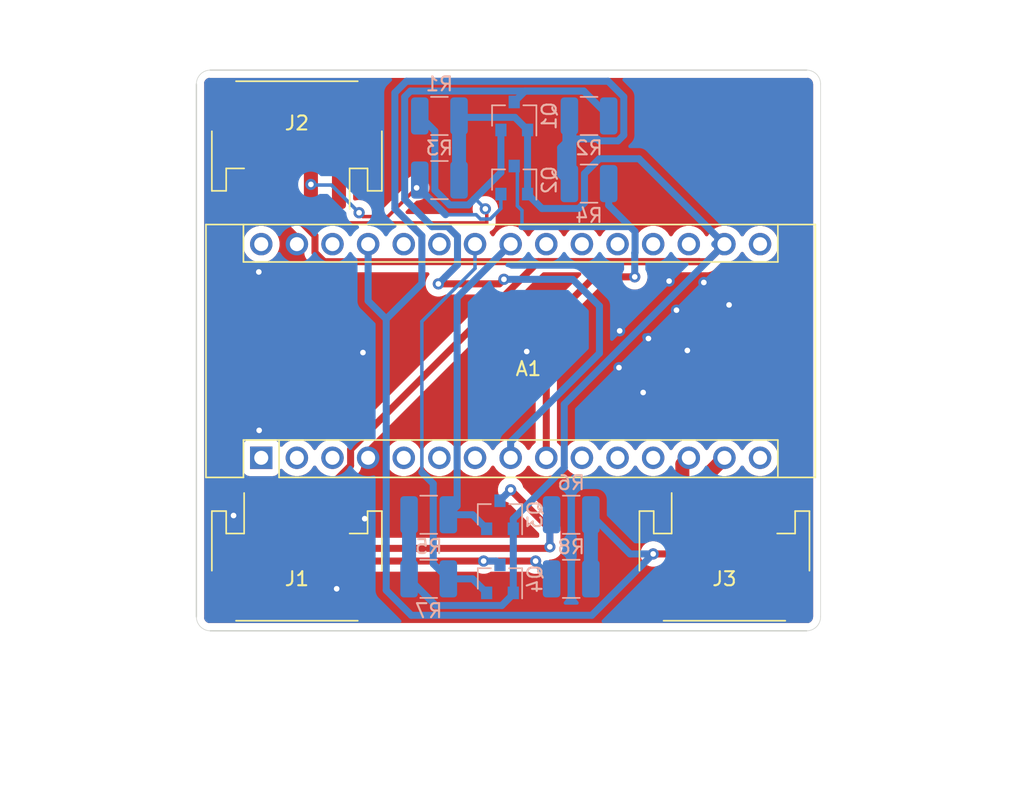
<source format=kicad_pcb>
(kicad_pcb (version 20171130) (host pcbnew "(5.1.6)-1")

  (general
    (thickness 1.6)
    (drawings 130)
    (tracks 199)
    (zones 0)
    (modules 16)
    (nets 14)
  )

  (page A4)
  (layers
    (0 F.Cu signal)
    (31 B.Cu signal)
    (32 B.Adhes user)
    (33 F.Adhes user)
    (34 B.Paste user)
    (35 F.Paste user)
    (36 B.SilkS user)
    (37 F.SilkS user)
    (38 B.Mask user)
    (39 F.Mask user)
    (40 Dwgs.User user)
    (41 Cmts.User user)
    (42 Eco1.User user)
    (43 Eco2.User user)
    (44 Edge.Cuts user)
    (45 Margin user)
    (46 B.CrtYd user)
    (47 F.CrtYd user)
    (48 B.Fab user)
    (49 F.Fab user)
  )

  (setup
    (last_trace_width 0.25)
    (user_trace_width 0.2)
    (user_trace_width 0.5)
    (user_trace_width 1)
    (trace_clearance 0.2)
    (zone_clearance 0.508)
    (zone_45_only no)
    (trace_min 0.2)
    (via_size 0.8)
    (via_drill 0.4)
    (via_min_size 0.4)
    (via_min_drill 0.3)
    (uvia_size 0.3)
    (uvia_drill 0.1)
    (uvias_allowed no)
    (uvia_min_size 0.2)
    (uvia_min_drill 0.1)
    (edge_width 0.05)
    (segment_width 0.2)
    (pcb_text_width 0.3)
    (pcb_text_size 1.5 1.5)
    (mod_edge_width 0.12)
    (mod_text_size 1 1)
    (mod_text_width 0.15)
    (pad_size 1.5 3.4)
    (pad_drill 0)
    (pad_to_mask_clearance 0.05)
    (aux_axis_origin 0 0)
    (visible_elements FFFFFF7F)
    (pcbplotparams
      (layerselection 0x010fc_ffffffff)
      (usegerberextensions false)
      (usegerberattributes true)
      (usegerberadvancedattributes true)
      (creategerberjobfile true)
      (excludeedgelayer true)
      (linewidth 0.100000)
      (plotframeref false)
      (viasonmask false)
      (mode 1)
      (useauxorigin false)
      (hpglpennumber 1)
      (hpglpenspeed 20)
      (hpglpendiameter 15.000000)
      (psnegative false)
      (psa4output false)
      (plotreference true)
      (plotvalue true)
      (plotinvisibletext false)
      (padsonsilk false)
      (subtractmaskfromsilk false)
      (outputformat 1)
      (mirror false)
      (drillshape 1)
      (scaleselection 1)
      (outputdirectory ""))
  )

  (net 0 "")
  (net 1 "Net-(A1-Pad14)")
  (net 2 GND)
  (net 3 "Net-(A1-Pad13)")
  (net 4 +5V)
  (net 5 "Net-(A1-Pad9)")
  (net 6 "Net-(A1-Pad24)")
  (net 7 "Net-(A1-Pad8)")
  (net 8 "Net-(A1-Pad23)")
  (net 9 +3V3)
  (net 10 "Net-(J1-Pad2)")
  (net 11 "Net-(J1-Pad1)")
  (net 12 "Net-(J2-Pad2)")
  (net 13 "Net-(J2-Pad1)")

  (net_class Default "This is the default net class."
    (clearance 0.2)
    (trace_width 0.25)
    (via_dia 0.8)
    (via_drill 0.4)
    (uvia_dia 0.3)
    (uvia_drill 0.1)
    (add_net +3V3)
    (add_net +5V)
    (add_net GND)
    (add_net "Net-(A1-Pad13)")
    (add_net "Net-(A1-Pad14)")
    (add_net "Net-(A1-Pad23)")
    (add_net "Net-(A1-Pad24)")
    (add_net "Net-(A1-Pad8)")
    (add_net "Net-(A1-Pad9)")
    (add_net "Net-(J1-Pad1)")
    (add_net "Net-(J1-Pad2)")
    (add_net "Net-(J2-Pad1)")
    (add_net "Net-(J2-Pad2)")
  )

  (module Connector_JST:JST_PH_S4B-PH-SM4-TB_1x04-1MP_P2.00mm_Horizontal (layer F.Cu) (tedit 62140C1A) (tstamp 62140D31)
    (at 72.644 175.768)
    (descr "JST PH series connector, S4B-PH-SM4-TB (http://www.jst-mfg.com/product/pdf/eng/ePH.pdf), generated with kicad-footprint-generator")
    (tags "connector JST PH top entry")
    (path /62145796)
    (attr smd)
    (fp_text reference J3 (at 0 1.524) (layer F.SilkS)
      (effects (font (size 1 1) (thickness 0.15)))
    )
    (fp_text value Output (at -7.62 0.254 90) (layer F.Fab)
      (effects (font (size 1 1) (thickness 0.15)))
    )
    (fp_text user %R (at 0 1.5) (layer F.Fab)
      (effects (font (size 1 1) (thickness 0.15)))
    )
    (fp_line (start -5.95 -3.2) (end -5.15 -3.2) (layer F.Fab) (width 0.1))
    (fp_line (start -5.15 -3.2) (end -5.15 -1.6) (layer F.Fab) (width 0.1))
    (fp_line (start -5.15 -1.6) (end 5.15 -1.6) (layer F.Fab) (width 0.1))
    (fp_line (start 5.15 -1.6) (end 5.15 -3.2) (layer F.Fab) (width 0.1))
    (fp_line (start 5.15 -3.2) (end 5.95 -3.2) (layer F.Fab) (width 0.1))
    (fp_line (start -6.06 0.94) (end -6.06 -3.31) (layer F.SilkS) (width 0.12))
    (fp_line (start -6.06 -3.31) (end -5.04 -3.31) (layer F.SilkS) (width 0.12))
    (fp_line (start -5.04 -3.31) (end -5.04 -1.71) (layer F.SilkS) (width 0.12))
    (fp_line (start -5.04 -1.71) (end -3.76 -1.71) (layer F.SilkS) (width 0.12))
    (fp_line (start -3.76 -1.71) (end -3.76 -4.6) (layer F.SilkS) (width 0.12))
    (fp_line (start 6.06 0.94) (end 6.06 -3.31) (layer F.SilkS) (width 0.12))
    (fp_line (start 6.06 -3.31) (end 5.04 -3.31) (layer F.SilkS) (width 0.12))
    (fp_line (start 5.04 -3.31) (end 5.04 -1.71) (layer F.SilkS) (width 0.12))
    (fp_line (start 5.04 -1.71) (end 3.76 -1.71) (layer F.SilkS) (width 0.12))
    (fp_line (start -4.34 4.51) (end 4.34 4.51) (layer F.SilkS) (width 0.12))
    (fp_line (start -5.95 4.4) (end 5.95 4.4) (layer F.Fab) (width 0.1))
    (fp_line (start -5.95 -3.2) (end -5.95 4.4) (layer F.Fab) (width 0.1))
    (fp_line (start 5.95 -3.2) (end 5.95 4.4) (layer F.Fab) (width 0.1))
    (fp_line (start -6.6 -5.1) (end -6.6 5.1) (layer F.CrtYd) (width 0.05))
    (fp_line (start -6.6 5.1) (end 6.6 5.1) (layer F.CrtYd) (width 0.05))
    (fp_line (start 6.6 5.1) (end 6.6 -5.1) (layer F.CrtYd) (width 0.05))
    (fp_line (start 6.6 -5.1) (end -6.6 -5.1) (layer F.CrtYd) (width 0.05))
    (fp_line (start -3.5 -1.6) (end -3 -0.892893) (layer F.Fab) (width 0.1))
    (fp_line (start -3 -0.892893) (end -2.5 -1.6) (layer F.Fab) (width 0.1))
    (pad MP smd roundrect (at 5.35 2.9) (size 1.5 3.4) (layers F.Cu F.Paste F.Mask) (roundrect_rratio 0.167)
      (net 2 GND))
    (pad MP smd roundrect (at -5.35 2.9) (size 1.5 3.4) (layers F.Cu F.Paste F.Mask) (roundrect_rratio 0.167)
      (net 2 GND))
    (pad 4 smd roundrect (at 3 -2.85) (size 1 3.5) (layers F.Cu F.Paste F.Mask) (roundrect_rratio 0.25)
      (net 2 GND))
    (pad 3 smd roundrect (at 1 -2.85) (size 1 3.5) (layers F.Cu F.Paste F.Mask) (roundrect_rratio 0.25)
      (net 4 +5V))
    (pad 2 smd roundrect (at -1 -2.85) (size 1 3.5) (layers F.Cu F.Paste F.Mask) (roundrect_rratio 0.25)
      (net 1 "Net-(A1-Pad14)"))
    (pad 1 smd roundrect (at -3 -2.85) (size 1 3.5) (layers F.Cu F.Paste F.Mask) (roundrect_rratio 0.25)
      (net 3 "Net-(A1-Pad13)"))
    (model ${KISYS3DMOD}/Connector_JST.3dshapes/JST_PH_S4B-PH-SM4-TB_1x04-1MP_P2.00mm_Horizontal.wrl
      (at (xyz 0 0 0))
      (scale (xyz 1 1 1))
      (rotate (xyz 0 0 0))
    )
  )

  (module Resistor_SMD:R_1210_3225Metric (layer B.Cu) (tedit 5B301BBD) (tstamp 62140778)
    (at 61.722 177.292 180)
    (descr "Resistor SMD 1210 (3225 Metric), square (rectangular) end terminal, IPC_7351 nominal, (Body size source: http://www.tortai-tech.com/upload/download/2011102023233369053.pdf), generated with kicad-footprint-generator")
    (tags resistor)
    (path /621E2FC2)
    (attr smd)
    (fp_text reference R8 (at 0 2.28) (layer B.SilkS)
      (effects (font (size 1 1) (thickness 0.15)) (justify mirror))
    )
    (fp_text value 10K (at 0 -2.28) (layer B.Fab)
      (effects (font (size 1 1) (thickness 0.15)) (justify mirror))
    )
    (fp_text user %R (at 0 0) (layer B.Fab)
      (effects (font (size 0.8 0.8) (thickness 0.12)) (justify mirror))
    )
    (fp_line (start -1.6 -1.25) (end -1.6 1.25) (layer B.Fab) (width 0.1))
    (fp_line (start -1.6 1.25) (end 1.6 1.25) (layer B.Fab) (width 0.1))
    (fp_line (start 1.6 1.25) (end 1.6 -1.25) (layer B.Fab) (width 0.1))
    (fp_line (start 1.6 -1.25) (end -1.6 -1.25) (layer B.Fab) (width 0.1))
    (fp_line (start -0.602064 1.36) (end 0.602064 1.36) (layer B.SilkS) (width 0.12))
    (fp_line (start -0.602064 -1.36) (end 0.602064 -1.36) (layer B.SilkS) (width 0.12))
    (fp_line (start -2.28 -1.58) (end -2.28 1.58) (layer B.CrtYd) (width 0.05))
    (fp_line (start -2.28 1.58) (end 2.28 1.58) (layer B.CrtYd) (width 0.05))
    (fp_line (start 2.28 1.58) (end 2.28 -1.58) (layer B.CrtYd) (width 0.05))
    (fp_line (start 2.28 -1.58) (end -2.28 -1.58) (layer B.CrtYd) (width 0.05))
    (pad 2 smd roundrect (at 1.4 0 180) (size 1.25 2.65) (layers B.Cu B.Paste B.Mask) (roundrect_rratio 0.2)
      (net 11 "Net-(J1-Pad1)"))
    (pad 1 smd roundrect (at -1.4 0 180) (size 1.25 2.65) (layers B.Cu B.Paste B.Mask) (roundrect_rratio 0.2)
      (net 4 +5V))
    (model ${KISYS3DMOD}/Resistor_SMD.3dshapes/R_1210_3225Metric.wrl
      (at (xyz 0 0 0))
      (scale (xyz 1 1 1))
      (rotate (xyz 0 0 0))
    )
  )

  (module Resistor_SMD:R_1210_3225Metric (layer B.Cu) (tedit 5B301BBD) (tstamp 62140767)
    (at 51.562 177.292)
    (descr "Resistor SMD 1210 (3225 Metric), square (rectangular) end terminal, IPC_7351 nominal, (Body size source: http://www.tortai-tech.com/upload/download/2011102023233369053.pdf), generated with kicad-footprint-generator")
    (tags resistor)
    (path /621E2FB6)
    (attr smd)
    (fp_text reference R7 (at 0 2.28) (layer B.SilkS)
      (effects (font (size 1 1) (thickness 0.15)) (justify mirror))
    )
    (fp_text value 10K (at 0 -2.28) (layer B.Fab)
      (effects (font (size 1 1) (thickness 0.15)) (justify mirror))
    )
    (fp_text user %R (at 0 0) (layer B.Fab)
      (effects (font (size 0.8 0.8) (thickness 0.12)) (justify mirror))
    )
    (fp_line (start -1.6 -1.25) (end -1.6 1.25) (layer B.Fab) (width 0.1))
    (fp_line (start -1.6 1.25) (end 1.6 1.25) (layer B.Fab) (width 0.1))
    (fp_line (start 1.6 1.25) (end 1.6 -1.25) (layer B.Fab) (width 0.1))
    (fp_line (start 1.6 -1.25) (end -1.6 -1.25) (layer B.Fab) (width 0.1))
    (fp_line (start -0.602064 1.36) (end 0.602064 1.36) (layer B.SilkS) (width 0.12))
    (fp_line (start -0.602064 -1.36) (end 0.602064 -1.36) (layer B.SilkS) (width 0.12))
    (fp_line (start -2.28 -1.58) (end -2.28 1.58) (layer B.CrtYd) (width 0.05))
    (fp_line (start -2.28 1.58) (end 2.28 1.58) (layer B.CrtYd) (width 0.05))
    (fp_line (start 2.28 1.58) (end 2.28 -1.58) (layer B.CrtYd) (width 0.05))
    (fp_line (start 2.28 -1.58) (end -2.28 -1.58) (layer B.CrtYd) (width 0.05))
    (pad 2 smd roundrect (at 1.4 0) (size 1.25 2.65) (layers B.Cu B.Paste B.Mask) (roundrect_rratio 0.2)
      (net 6 "Net-(A1-Pad24)"))
    (pad 1 smd roundrect (at -1.4 0) (size 1.25 2.65) (layers B.Cu B.Paste B.Mask) (roundrect_rratio 0.2)
      (net 9 +3V3))
    (model ${KISYS3DMOD}/Resistor_SMD.3dshapes/R_1210_3225Metric.wrl
      (at (xyz 0 0 0))
      (scale (xyz 1 1 1))
      (rotate (xyz 0 0 0))
    )
  )

  (module Resistor_SMD:R_1210_3225Metric (layer B.Cu) (tedit 5B301BBD) (tstamp 62140756)
    (at 61.722 172.72 180)
    (descr "Resistor SMD 1210 (3225 Metric), square (rectangular) end terminal, IPC_7351 nominal, (Body size source: http://www.tortai-tech.com/upload/download/2011102023233369053.pdf), generated with kicad-footprint-generator")
    (tags resistor)
    (path /621DA7B0)
    (attr smd)
    (fp_text reference R6 (at 0 2.28) (layer B.SilkS)
      (effects (font (size 1 1) (thickness 0.15)) (justify mirror))
    )
    (fp_text value 10K (at 0 -2.28) (layer B.Fab)
      (effects (font (size 1 1) (thickness 0.15)) (justify mirror))
    )
    (fp_text user %R (at 0 0) (layer B.Fab)
      (effects (font (size 0.8 0.8) (thickness 0.12)) (justify mirror))
    )
    (fp_line (start -1.6 -1.25) (end -1.6 1.25) (layer B.Fab) (width 0.1))
    (fp_line (start -1.6 1.25) (end 1.6 1.25) (layer B.Fab) (width 0.1))
    (fp_line (start 1.6 1.25) (end 1.6 -1.25) (layer B.Fab) (width 0.1))
    (fp_line (start 1.6 -1.25) (end -1.6 -1.25) (layer B.Fab) (width 0.1))
    (fp_line (start -0.602064 1.36) (end 0.602064 1.36) (layer B.SilkS) (width 0.12))
    (fp_line (start -0.602064 -1.36) (end 0.602064 -1.36) (layer B.SilkS) (width 0.12))
    (fp_line (start -2.28 -1.58) (end -2.28 1.58) (layer B.CrtYd) (width 0.05))
    (fp_line (start -2.28 1.58) (end 2.28 1.58) (layer B.CrtYd) (width 0.05))
    (fp_line (start 2.28 1.58) (end 2.28 -1.58) (layer B.CrtYd) (width 0.05))
    (fp_line (start 2.28 -1.58) (end -2.28 -1.58) (layer B.CrtYd) (width 0.05))
    (pad 2 smd roundrect (at 1.4 0 180) (size 1.25 2.65) (layers B.Cu B.Paste B.Mask) (roundrect_rratio 0.2)
      (net 10 "Net-(J1-Pad2)"))
    (pad 1 smd roundrect (at -1.4 0 180) (size 1.25 2.65) (layers B.Cu B.Paste B.Mask) (roundrect_rratio 0.2)
      (net 4 +5V))
    (model ${KISYS3DMOD}/Resistor_SMD.3dshapes/R_1210_3225Metric.wrl
      (at (xyz 0 0 0))
      (scale (xyz 1 1 1))
      (rotate (xyz 0 0 0))
    )
  )

  (module Resistor_SMD:R_1210_3225Metric (layer B.Cu) (tedit 5B301BBD) (tstamp 62140745)
    (at 51.562 172.72)
    (descr "Resistor SMD 1210 (3225 Metric), square (rectangular) end terminal, IPC_7351 nominal, (Body size source: http://www.tortai-tech.com/upload/download/2011102023233369053.pdf), generated with kicad-footprint-generator")
    (tags resistor)
    (path /621DA7A4)
    (attr smd)
    (fp_text reference R5 (at 0 2.28) (layer B.SilkS)
      (effects (font (size 1 1) (thickness 0.15)) (justify mirror))
    )
    (fp_text value 10K (at 0 -2.28) (layer B.Fab)
      (effects (font (size 1 1) (thickness 0.15)) (justify mirror))
    )
    (fp_text user %R (at 0 0) (layer B.Fab)
      (effects (font (size 0.8 0.8) (thickness 0.12)) (justify mirror))
    )
    (fp_line (start -1.6 -1.25) (end -1.6 1.25) (layer B.Fab) (width 0.1))
    (fp_line (start -1.6 1.25) (end 1.6 1.25) (layer B.Fab) (width 0.1))
    (fp_line (start 1.6 1.25) (end 1.6 -1.25) (layer B.Fab) (width 0.1))
    (fp_line (start 1.6 -1.25) (end -1.6 -1.25) (layer B.Fab) (width 0.1))
    (fp_line (start -0.602064 1.36) (end 0.602064 1.36) (layer B.SilkS) (width 0.12))
    (fp_line (start -0.602064 -1.36) (end 0.602064 -1.36) (layer B.SilkS) (width 0.12))
    (fp_line (start -2.28 -1.58) (end -2.28 1.58) (layer B.CrtYd) (width 0.05))
    (fp_line (start -2.28 1.58) (end 2.28 1.58) (layer B.CrtYd) (width 0.05))
    (fp_line (start 2.28 1.58) (end 2.28 -1.58) (layer B.CrtYd) (width 0.05))
    (fp_line (start 2.28 -1.58) (end -2.28 -1.58) (layer B.CrtYd) (width 0.05))
    (pad 2 smd roundrect (at 1.4 0) (size 1.25 2.65) (layers B.Cu B.Paste B.Mask) (roundrect_rratio 0.2)
      (net 8 "Net-(A1-Pad23)"))
    (pad 1 smd roundrect (at -1.4 0) (size 1.25 2.65) (layers B.Cu B.Paste B.Mask) (roundrect_rratio 0.2)
      (net 9 +3V3))
    (model ${KISYS3DMOD}/Resistor_SMD.3dshapes/R_1210_3225Metric.wrl
      (at (xyz 0 0 0))
      (scale (xyz 1 1 1))
      (rotate (xyz 0 0 0))
    )
  )

  (module Resistor_SMD:R_1210_3225Metric (layer B.Cu) (tedit 5B301BBD) (tstamp 62140734)
    (at 62.992 149.098)
    (descr "Resistor SMD 1210 (3225 Metric), square (rectangular) end terminal, IPC_7351 nominal, (Body size source: http://www.tortai-tech.com/upload/download/2011102023233369053.pdf), generated with kicad-footprint-generator")
    (tags resistor)
    (path /621CA902)
    (attr smd)
    (fp_text reference R4 (at 0 2.28) (layer B.SilkS)
      (effects (font (size 1 1) (thickness 0.15)) (justify mirror))
    )
    (fp_text value 10K (at 0 -2.28) (layer B.Fab)
      (effects (font (size 1 1) (thickness 0.15)) (justify mirror))
    )
    (fp_text user %R (at 0 0) (layer B.Fab)
      (effects (font (size 0.8 0.8) (thickness 0.12)) (justify mirror))
    )
    (fp_line (start -1.6 -1.25) (end -1.6 1.25) (layer B.Fab) (width 0.1))
    (fp_line (start -1.6 1.25) (end 1.6 1.25) (layer B.Fab) (width 0.1))
    (fp_line (start 1.6 1.25) (end 1.6 -1.25) (layer B.Fab) (width 0.1))
    (fp_line (start 1.6 -1.25) (end -1.6 -1.25) (layer B.Fab) (width 0.1))
    (fp_line (start -0.602064 1.36) (end 0.602064 1.36) (layer B.SilkS) (width 0.12))
    (fp_line (start -0.602064 -1.36) (end 0.602064 -1.36) (layer B.SilkS) (width 0.12))
    (fp_line (start -2.28 -1.58) (end -2.28 1.58) (layer B.CrtYd) (width 0.05))
    (fp_line (start -2.28 1.58) (end 2.28 1.58) (layer B.CrtYd) (width 0.05))
    (fp_line (start 2.28 1.58) (end 2.28 -1.58) (layer B.CrtYd) (width 0.05))
    (fp_line (start 2.28 -1.58) (end -2.28 -1.58) (layer B.CrtYd) (width 0.05))
    (pad 2 smd roundrect (at 1.4 0) (size 1.25 2.65) (layers B.Cu B.Paste B.Mask) (roundrect_rratio 0.2)
      (net 5 "Net-(A1-Pad9)"))
    (pad 1 smd roundrect (at -1.4 0) (size 1.25 2.65) (layers B.Cu B.Paste B.Mask) (roundrect_rratio 0.2)
      (net 4 +5V))
    (model ${KISYS3DMOD}/Resistor_SMD.3dshapes/R_1210_3225Metric.wrl
      (at (xyz 0 0 0))
      (scale (xyz 1 1 1))
      (rotate (xyz 0 0 0))
    )
  )

  (module Resistor_SMD:R_1210_3225Metric (layer B.Cu) (tedit 5B301BBD) (tstamp 62140723)
    (at 52.324 148.844 180)
    (descr "Resistor SMD 1210 (3225 Metric), square (rectangular) end terminal, IPC_7351 nominal, (Body size source: http://www.tortai-tech.com/upload/download/2011102023233369053.pdf), generated with kicad-footprint-generator")
    (tags resistor)
    (path /621C9895)
    (attr smd)
    (fp_text reference R3 (at 0 2.28) (layer B.SilkS)
      (effects (font (size 1 1) (thickness 0.15)) (justify mirror))
    )
    (fp_text value 10K (at 0 -2.28) (layer B.Fab)
      (effects (font (size 1 1) (thickness 0.15)) (justify mirror))
    )
    (fp_text user %R (at 0 0) (layer B.Fab)
      (effects (font (size 0.8 0.8) (thickness 0.12)) (justify mirror))
    )
    (fp_line (start -1.6 -1.25) (end -1.6 1.25) (layer B.Fab) (width 0.1))
    (fp_line (start -1.6 1.25) (end 1.6 1.25) (layer B.Fab) (width 0.1))
    (fp_line (start 1.6 1.25) (end 1.6 -1.25) (layer B.Fab) (width 0.1))
    (fp_line (start 1.6 -1.25) (end -1.6 -1.25) (layer B.Fab) (width 0.1))
    (fp_line (start -0.602064 1.36) (end 0.602064 1.36) (layer B.SilkS) (width 0.12))
    (fp_line (start -0.602064 -1.36) (end 0.602064 -1.36) (layer B.SilkS) (width 0.12))
    (fp_line (start -2.28 -1.58) (end -2.28 1.58) (layer B.CrtYd) (width 0.05))
    (fp_line (start -2.28 1.58) (end 2.28 1.58) (layer B.CrtYd) (width 0.05))
    (fp_line (start 2.28 1.58) (end 2.28 -1.58) (layer B.CrtYd) (width 0.05))
    (fp_line (start 2.28 -1.58) (end -2.28 -1.58) (layer B.CrtYd) (width 0.05))
    (pad 2 smd roundrect (at 1.4 0 180) (size 1.25 2.65) (layers B.Cu B.Paste B.Mask) (roundrect_rratio 0.2)
      (net 12 "Net-(J2-Pad2)"))
    (pad 1 smd roundrect (at -1.4 0 180) (size 1.25 2.65) (layers B.Cu B.Paste B.Mask) (roundrect_rratio 0.2)
      (net 9 +3V3))
    (model ${KISYS3DMOD}/Resistor_SMD.3dshapes/R_1210_3225Metric.wrl
      (at (xyz 0 0 0))
      (scale (xyz 1 1 1))
      (rotate (xyz 0 0 0))
    )
  )

  (module Resistor_SMD:R_1210_3225Metric (layer B.Cu) (tedit 5B301BBD) (tstamp 62140712)
    (at 62.992 144.272)
    (descr "Resistor SMD 1210 (3225 Metric), square (rectangular) end terminal, IPC_7351 nominal, (Body size source: http://www.tortai-tech.com/upload/download/2011102023233369053.pdf), generated with kicad-footprint-generator")
    (tags resistor)
    (path /621C9F4B)
    (attr smd)
    (fp_text reference R2 (at 0 2.28) (layer B.SilkS)
      (effects (font (size 1 1) (thickness 0.15)) (justify mirror))
    )
    (fp_text value 10K (at 0 -2.28) (layer B.Fab)
      (effects (font (size 1 1) (thickness 0.15)) (justify mirror))
    )
    (fp_text user %R (at 0 0) (layer B.Fab)
      (effects (font (size 0.8 0.8) (thickness 0.12)) (justify mirror))
    )
    (fp_line (start -1.6 -1.25) (end -1.6 1.25) (layer B.Fab) (width 0.1))
    (fp_line (start -1.6 1.25) (end 1.6 1.25) (layer B.Fab) (width 0.1))
    (fp_line (start 1.6 1.25) (end 1.6 -1.25) (layer B.Fab) (width 0.1))
    (fp_line (start 1.6 -1.25) (end -1.6 -1.25) (layer B.Fab) (width 0.1))
    (fp_line (start -0.602064 1.36) (end 0.602064 1.36) (layer B.SilkS) (width 0.12))
    (fp_line (start -0.602064 -1.36) (end 0.602064 -1.36) (layer B.SilkS) (width 0.12))
    (fp_line (start -2.28 -1.58) (end -2.28 1.58) (layer B.CrtYd) (width 0.05))
    (fp_line (start -2.28 1.58) (end 2.28 1.58) (layer B.CrtYd) (width 0.05))
    (fp_line (start 2.28 1.58) (end 2.28 -1.58) (layer B.CrtYd) (width 0.05))
    (fp_line (start 2.28 -1.58) (end -2.28 -1.58) (layer B.CrtYd) (width 0.05))
    (pad 2 smd roundrect (at 1.4 0) (size 1.25 2.65) (layers B.Cu B.Paste B.Mask) (roundrect_rratio 0.2)
      (net 7 "Net-(A1-Pad8)"))
    (pad 1 smd roundrect (at -1.4 0) (size 1.25 2.65) (layers B.Cu B.Paste B.Mask) (roundrect_rratio 0.2)
      (net 4 +5V))
    (model ${KISYS3DMOD}/Resistor_SMD.3dshapes/R_1210_3225Metric.wrl
      (at (xyz 0 0 0))
      (scale (xyz 1 1 1))
      (rotate (xyz 0 0 0))
    )
  )

  (module Resistor_SMD:R_1210_3225Metric (layer B.Cu) (tedit 5B301BBD) (tstamp 62140701)
    (at 52.324 144.272 180)
    (descr "Resistor SMD 1210 (3225 Metric), square (rectangular) end terminal, IPC_7351 nominal, (Body size source: http://www.tortai-tech.com/upload/download/2011102023233369053.pdf), generated with kicad-footprint-generator")
    (tags resistor)
    (path /621B3163)
    (attr smd)
    (fp_text reference R1 (at 0 2.28) (layer B.SilkS)
      (effects (font (size 1 1) (thickness 0.15)) (justify mirror))
    )
    (fp_text value 10K (at 0 -2.28) (layer B.Fab)
      (effects (font (size 1 1) (thickness 0.15)) (justify mirror))
    )
    (fp_text user %R (at 0 0) (layer B.Fab)
      (effects (font (size 0.8 0.8) (thickness 0.12)) (justify mirror))
    )
    (fp_line (start -1.6 -1.25) (end -1.6 1.25) (layer B.Fab) (width 0.1))
    (fp_line (start -1.6 1.25) (end 1.6 1.25) (layer B.Fab) (width 0.1))
    (fp_line (start 1.6 1.25) (end 1.6 -1.25) (layer B.Fab) (width 0.1))
    (fp_line (start 1.6 -1.25) (end -1.6 -1.25) (layer B.Fab) (width 0.1))
    (fp_line (start -0.602064 1.36) (end 0.602064 1.36) (layer B.SilkS) (width 0.12))
    (fp_line (start -0.602064 -1.36) (end 0.602064 -1.36) (layer B.SilkS) (width 0.12))
    (fp_line (start -2.28 -1.58) (end -2.28 1.58) (layer B.CrtYd) (width 0.05))
    (fp_line (start -2.28 1.58) (end 2.28 1.58) (layer B.CrtYd) (width 0.05))
    (fp_line (start 2.28 1.58) (end 2.28 -1.58) (layer B.CrtYd) (width 0.05))
    (fp_line (start 2.28 -1.58) (end -2.28 -1.58) (layer B.CrtYd) (width 0.05))
    (pad 2 smd roundrect (at 1.4 0 180) (size 1.25 2.65) (layers B.Cu B.Paste B.Mask) (roundrect_rratio 0.2)
      (net 13 "Net-(J2-Pad1)"))
    (pad 1 smd roundrect (at -1.4 0 180) (size 1.25 2.65) (layers B.Cu B.Paste B.Mask) (roundrect_rratio 0.2)
      (net 9 +3V3))
    (model ${KISYS3DMOD}/Resistor_SMD.3dshapes/R_1210_3225Metric.wrl
      (at (xyz 0 0 0))
      (scale (xyz 1 1 1))
      (rotate (xyz 0 0 0))
    )
  )

  (module Package_TO_SOT_SMD:SOT-23 (layer B.Cu) (tedit 5A02FF57) (tstamp 621406F0)
    (at 56.642 177.292 90)
    (descr "SOT-23, Standard")
    (tags SOT-23)
    (path /621E2F8C)
    (attr smd)
    (fp_text reference Q4 (at 0 2.5 90) (layer B.SilkS)
      (effects (font (size 1 1) (thickness 0.15)) (justify mirror))
    )
    (fp_text value BSS138 (at 0 -2.5 90) (layer B.Fab)
      (effects (font (size 1 1) (thickness 0.15)) (justify mirror))
    )
    (fp_text user %R (at 0 0 180) (layer B.Fab)
      (effects (font (size 0.5 0.5) (thickness 0.075)) (justify mirror))
    )
    (fp_line (start -0.7 0.95) (end -0.7 -1.5) (layer B.Fab) (width 0.1))
    (fp_line (start -0.15 1.52) (end 0.7 1.52) (layer B.Fab) (width 0.1))
    (fp_line (start -0.7 0.95) (end -0.15 1.52) (layer B.Fab) (width 0.1))
    (fp_line (start 0.7 1.52) (end 0.7 -1.52) (layer B.Fab) (width 0.1))
    (fp_line (start -0.7 -1.52) (end 0.7 -1.52) (layer B.Fab) (width 0.1))
    (fp_line (start 0.76 -1.58) (end 0.76 -0.65) (layer B.SilkS) (width 0.12))
    (fp_line (start 0.76 1.58) (end 0.76 0.65) (layer B.SilkS) (width 0.12))
    (fp_line (start -1.7 1.75) (end 1.7 1.75) (layer B.CrtYd) (width 0.05))
    (fp_line (start 1.7 1.75) (end 1.7 -1.75) (layer B.CrtYd) (width 0.05))
    (fp_line (start 1.7 -1.75) (end -1.7 -1.75) (layer B.CrtYd) (width 0.05))
    (fp_line (start -1.7 -1.75) (end -1.7 1.75) (layer B.CrtYd) (width 0.05))
    (fp_line (start 0.76 1.58) (end -1.4 1.58) (layer B.SilkS) (width 0.12))
    (fp_line (start 0.76 -1.58) (end -0.7 -1.58) (layer B.SilkS) (width 0.12))
    (pad 3 smd rect (at 1 0 90) (size 0.9 0.8) (layers B.Cu B.Paste B.Mask)
      (net 11 "Net-(J1-Pad1)"))
    (pad 2 smd rect (at -1 -0.95 90) (size 0.9 0.8) (layers B.Cu B.Paste B.Mask)
      (net 6 "Net-(A1-Pad24)"))
    (pad 1 smd rect (at -1 0.95 90) (size 0.9 0.8) (layers B.Cu B.Paste B.Mask)
      (net 9 +3V3))
    (model ${KISYS3DMOD}/Package_TO_SOT_SMD.3dshapes/SOT-23.wrl
      (at (xyz 0 0 0))
      (scale (xyz 1 1 1))
      (rotate (xyz 0 0 0))
    )
  )

  (module Package_TO_SOT_SMD:SOT-23 (layer B.Cu) (tedit 5A02FF57) (tstamp 621406DB)
    (at 56.642 172.72 90)
    (descr "SOT-23, Standard")
    (tags SOT-23)
    (path /621DA77A)
    (attr smd)
    (fp_text reference Q3 (at 0 2.5 90) (layer B.SilkS)
      (effects (font (size 1 1) (thickness 0.15)) (justify mirror))
    )
    (fp_text value BSS138 (at 0 -2.5 90) (layer B.Fab)
      (effects (font (size 1 1) (thickness 0.15)) (justify mirror))
    )
    (fp_text user %R (at 0 0 180) (layer B.Fab)
      (effects (font (size 0.5 0.5) (thickness 0.075)) (justify mirror))
    )
    (fp_line (start -0.7 0.95) (end -0.7 -1.5) (layer B.Fab) (width 0.1))
    (fp_line (start -0.15 1.52) (end 0.7 1.52) (layer B.Fab) (width 0.1))
    (fp_line (start -0.7 0.95) (end -0.15 1.52) (layer B.Fab) (width 0.1))
    (fp_line (start 0.7 1.52) (end 0.7 -1.52) (layer B.Fab) (width 0.1))
    (fp_line (start -0.7 -1.52) (end 0.7 -1.52) (layer B.Fab) (width 0.1))
    (fp_line (start 0.76 -1.58) (end 0.76 -0.65) (layer B.SilkS) (width 0.12))
    (fp_line (start 0.76 1.58) (end 0.76 0.65) (layer B.SilkS) (width 0.12))
    (fp_line (start -1.7 1.75) (end 1.7 1.75) (layer B.CrtYd) (width 0.05))
    (fp_line (start 1.7 1.75) (end 1.7 -1.75) (layer B.CrtYd) (width 0.05))
    (fp_line (start 1.7 -1.75) (end -1.7 -1.75) (layer B.CrtYd) (width 0.05))
    (fp_line (start -1.7 -1.75) (end -1.7 1.75) (layer B.CrtYd) (width 0.05))
    (fp_line (start 0.76 1.58) (end -1.4 1.58) (layer B.SilkS) (width 0.12))
    (fp_line (start 0.76 -1.58) (end -0.7 -1.58) (layer B.SilkS) (width 0.12))
    (pad 3 smd rect (at 1 0 90) (size 0.9 0.8) (layers B.Cu B.Paste B.Mask)
      (net 10 "Net-(J1-Pad2)"))
    (pad 2 smd rect (at -1 -0.95 90) (size 0.9 0.8) (layers B.Cu B.Paste B.Mask)
      (net 8 "Net-(A1-Pad23)"))
    (pad 1 smd rect (at -1 0.95 90) (size 0.9 0.8) (layers B.Cu B.Paste B.Mask)
      (net 9 +3V3))
    (model ${KISYS3DMOD}/Package_TO_SOT_SMD.3dshapes/SOT-23.wrl
      (at (xyz 0 0 0))
      (scale (xyz 1 1 1))
      (rotate (xyz 0 0 0))
    )
  )

  (module Package_TO_SOT_SMD:SOT-23 locked (layer B.Cu) (tedit 5A02FF57) (tstamp 621406C6)
    (at 57.658 148.844 90)
    (descr "SOT-23, Standard")
    (tags SOT-23)
    (path /6219BF40)
    (attr smd)
    (fp_text reference Q2 (at 0 2.5 90) (layer B.SilkS)
      (effects (font (size 1 1) (thickness 0.15)) (justify mirror))
    )
    (fp_text value BSS138 (at 0 -2.5 90) (layer B.Fab)
      (effects (font (size 1 1) (thickness 0.15)) (justify mirror))
    )
    (fp_text user %R (at 0 0 180) (layer B.Fab)
      (effects (font (size 0.5 0.5) (thickness 0.075)) (justify mirror))
    )
    (fp_line (start -0.7 0.95) (end -0.7 -1.5) (layer B.Fab) (width 0.1))
    (fp_line (start -0.15 1.52) (end 0.7 1.52) (layer B.Fab) (width 0.1))
    (fp_line (start -0.7 0.95) (end -0.15 1.52) (layer B.Fab) (width 0.1))
    (fp_line (start 0.7 1.52) (end 0.7 -1.52) (layer B.Fab) (width 0.1))
    (fp_line (start -0.7 -1.52) (end 0.7 -1.52) (layer B.Fab) (width 0.1))
    (fp_line (start 0.76 -1.58) (end 0.76 -0.65) (layer B.SilkS) (width 0.12))
    (fp_line (start 0.76 1.58) (end 0.76 0.65) (layer B.SilkS) (width 0.12))
    (fp_line (start -1.7 1.75) (end 1.7 1.75) (layer B.CrtYd) (width 0.05))
    (fp_line (start 1.7 1.75) (end 1.7 -1.75) (layer B.CrtYd) (width 0.05))
    (fp_line (start 1.7 -1.75) (end -1.7 -1.75) (layer B.CrtYd) (width 0.05))
    (fp_line (start -1.7 -1.75) (end -1.7 1.75) (layer B.CrtYd) (width 0.05))
    (fp_line (start 0.76 1.58) (end -1.4 1.58) (layer B.SilkS) (width 0.12))
    (fp_line (start 0.76 -1.58) (end -0.7 -1.58) (layer B.SilkS) (width 0.12))
    (pad 3 smd rect (at 1 0 90) (size 0.9 0.8) (layers B.Cu B.Paste B.Mask)
      (net 5 "Net-(A1-Pad9)"))
    (pad 2 smd rect (at -1 -0.95 90) (size 0.9 0.8) (layers B.Cu B.Paste B.Mask)
      (net 12 "Net-(J2-Pad2)"))
    (pad 1 smd rect (at -1 0.95 90) (size 0.9 0.8) (layers B.Cu B.Paste B.Mask)
      (net 9 +3V3))
    (model ${KISYS3DMOD}/Package_TO_SOT_SMD.3dshapes/SOT-23.wrl
      (at (xyz 0 0 0))
      (scale (xyz 1 1 1))
      (rotate (xyz 0 0 0))
    )
  )

  (module Package_TO_SOT_SMD:SOT-23 (layer B.Cu) (tedit 5A02FF57) (tstamp 621406B1)
    (at 57.658 144.272 90)
    (descr "SOT-23, Standard")
    (tags SOT-23)
    (path /62196314)
    (attr smd)
    (fp_text reference Q1 (at 0 2.5 90) (layer B.SilkS)
      (effects (font (size 1 1) (thickness 0.15)) (justify mirror))
    )
    (fp_text value BSS138 (at 0 -2.5 90) (layer B.Fab)
      (effects (font (size 1 1) (thickness 0.15)) (justify mirror))
    )
    (fp_text user %R (at 0 0 180) (layer B.Fab)
      (effects (font (size 0.5 0.5) (thickness 0.075)) (justify mirror))
    )
    (fp_line (start -0.7 0.95) (end -0.7 -1.5) (layer B.Fab) (width 0.1))
    (fp_line (start -0.15 1.52) (end 0.7 1.52) (layer B.Fab) (width 0.1))
    (fp_line (start -0.7 0.95) (end -0.15 1.52) (layer B.Fab) (width 0.1))
    (fp_line (start 0.7 1.52) (end 0.7 -1.52) (layer B.Fab) (width 0.1))
    (fp_line (start -0.7 -1.52) (end 0.7 -1.52) (layer B.Fab) (width 0.1))
    (fp_line (start 0.76 -1.58) (end 0.76 -0.65) (layer B.SilkS) (width 0.12))
    (fp_line (start 0.76 1.58) (end 0.76 0.65) (layer B.SilkS) (width 0.12))
    (fp_line (start -1.7 1.75) (end 1.7 1.75) (layer B.CrtYd) (width 0.05))
    (fp_line (start 1.7 1.75) (end 1.7 -1.75) (layer B.CrtYd) (width 0.05))
    (fp_line (start 1.7 -1.75) (end -1.7 -1.75) (layer B.CrtYd) (width 0.05))
    (fp_line (start -1.7 -1.75) (end -1.7 1.75) (layer B.CrtYd) (width 0.05))
    (fp_line (start 0.76 1.58) (end -1.4 1.58) (layer B.SilkS) (width 0.12))
    (fp_line (start 0.76 -1.58) (end -0.7 -1.58) (layer B.SilkS) (width 0.12))
    (pad 3 smd rect (at 1 0 90) (size 0.9 0.8) (layers B.Cu B.Paste B.Mask)
      (net 7 "Net-(A1-Pad8)"))
    (pad 2 smd rect (at -1 -0.95 90) (size 0.9 0.8) (layers B.Cu B.Paste B.Mask)
      (net 13 "Net-(J2-Pad1)"))
    (pad 1 smd rect (at -1 0.95 90) (size 0.9 0.8) (layers B.Cu B.Paste B.Mask)
      (net 9 +3V3))
    (model ${KISYS3DMOD}/Package_TO_SOT_SMD.3dshapes/SOT-23.wrl
      (at (xyz 0 0 0))
      (scale (xyz 1 1 1))
      (rotate (xyz 0 0 0))
    )
  )

  (module Connector_JST:JST_PH_S4B-PH-SM4-TB_1x04-1MP_P2.00mm_Horizontal (layer F.Cu) (tedit 62140C2A) (tstamp 6214069C)
    (at 42.164 146.304 180)
    (descr "JST PH series connector, S4B-PH-SM4-TB (http://www.jst-mfg.com/product/pdf/eng/ePH.pdf), generated with kicad-footprint-generator")
    (tags "connector JST PH top entry")
    (path /621443F2)
    (attr smd)
    (fp_text reference J2 (at 0 1.524) (layer F.SilkS)
      (effects (font (size 1 1) (thickness 0.15)))
    )
    (fp_text value "Sensor 2" (at -7.366 -0.508 90) (layer F.Fab)
      (effects (font (size 1 1) (thickness 0.15)))
    )
    (fp_text user %R (at 0 1.5) (layer F.Fab)
      (effects (font (size 1 1) (thickness 0.15)))
    )
    (fp_line (start -5.95 -3.2) (end -5.15 -3.2) (layer F.Fab) (width 0.1))
    (fp_line (start -5.15 -3.2) (end -5.15 -1.6) (layer F.Fab) (width 0.1))
    (fp_line (start -5.15 -1.6) (end 5.15 -1.6) (layer F.Fab) (width 0.1))
    (fp_line (start 5.15 -1.6) (end 5.15 -3.2) (layer F.Fab) (width 0.1))
    (fp_line (start 5.15 -3.2) (end 5.95 -3.2) (layer F.Fab) (width 0.1))
    (fp_line (start -6.06 0.94) (end -6.06 -3.31) (layer F.SilkS) (width 0.12))
    (fp_line (start -6.06 -3.31) (end -5.04 -3.31) (layer F.SilkS) (width 0.12))
    (fp_line (start -5.04 -3.31) (end -5.04 -1.71) (layer F.SilkS) (width 0.12))
    (fp_line (start -5.04 -1.71) (end -3.76 -1.71) (layer F.SilkS) (width 0.12))
    (fp_line (start -3.76 -1.71) (end -3.76 -4.6) (layer F.SilkS) (width 0.12))
    (fp_line (start 6.06 0.94) (end 6.06 -3.31) (layer F.SilkS) (width 0.12))
    (fp_line (start 6.06 -3.31) (end 5.04 -3.31) (layer F.SilkS) (width 0.12))
    (fp_line (start 5.04 -3.31) (end 5.04 -1.71) (layer F.SilkS) (width 0.12))
    (fp_line (start 5.04 -1.71) (end 3.76 -1.71) (layer F.SilkS) (width 0.12))
    (fp_line (start -4.34 4.51) (end 4.34 4.51) (layer F.SilkS) (width 0.12))
    (fp_line (start -5.95 4.4) (end 5.95 4.4) (layer F.Fab) (width 0.1))
    (fp_line (start -5.95 -3.2) (end -5.95 4.4) (layer F.Fab) (width 0.1))
    (fp_line (start 5.95 -3.2) (end 5.95 4.4) (layer F.Fab) (width 0.1))
    (fp_line (start -6.6 -5.1) (end -6.6 5.1) (layer F.CrtYd) (width 0.05))
    (fp_line (start -6.6 5.1) (end 6.6 5.1) (layer F.CrtYd) (width 0.05))
    (fp_line (start 6.6 5.1) (end 6.6 -5.1) (layer F.CrtYd) (width 0.05))
    (fp_line (start 6.6 -5.1) (end -6.6 -5.1) (layer F.CrtYd) (width 0.05))
    (fp_line (start -3.5 -1.6) (end -3 -0.892893) (layer F.Fab) (width 0.1))
    (fp_line (start -3 -0.892893) (end -2.5 -1.6) (layer F.Fab) (width 0.1))
    (pad MP smd roundrect (at 5.35 2.9 180) (size 1.5 3.4) (layers F.Cu F.Paste F.Mask) (roundrect_rratio 0.167)
      (net 2 GND))
    (pad MP smd roundrect (at -5.35 2.9 180) (size 1.5 3.4) (layers F.Cu F.Paste F.Mask) (roundrect_rratio 0.167)
      (net 2 GND))
    (pad 4 smd roundrect (at 3 -2.85 180) (size 1 3.5) (layers F.Cu F.Paste F.Mask) (roundrect_rratio 0.25)
      (net 2 GND))
    (pad 3 smd roundrect (at 1 -2.85 180) (size 1 3.5) (layers F.Cu F.Paste F.Mask) (roundrect_rratio 0.25)
      (net 9 +3V3))
    (pad 2 smd roundrect (at -1 -2.85 180) (size 1 3.5) (layers F.Cu F.Paste F.Mask) (roundrect_rratio 0.25)
      (net 12 "Net-(J2-Pad2)"))
    (pad 1 smd roundrect (at -3 -2.85 180) (size 1 3.5) (layers F.Cu F.Paste F.Mask) (roundrect_rratio 0.25)
      (net 13 "Net-(J2-Pad1)"))
    (model ${KISYS3DMOD}/Connector_JST.3dshapes/JST_PH_S4B-PH-SM4-TB_1x04-1MP_P2.00mm_Horizontal.wrl
      (at (xyz 0 0 0))
      (scale (xyz 1 1 1))
      (rotate (xyz 0 0 0))
    )
  )

  (module Connector_JST:JST_PH_S4B-PH-SM4-TB_1x04-1MP_P2.00mm_Horizontal (layer F.Cu) (tedit 62140C09) (tstamp 62140679)
    (at 42.164 175.768)
    (descr "JST PH series connector, S4B-PH-SM4-TB (http://www.jst-mfg.com/product/pdf/eng/ePH.pdf), generated with kicad-footprint-generator")
    (tags "connector JST PH top entry")
    (path /62140EBA)
    (attr smd)
    (fp_text reference J1 (at 0 1.524) (layer F.SilkS)
      (effects (font (size 1 1) (thickness 0.15)))
    )
    (fp_text value "Sensor 1" (at 7.366 0.508 90) (layer F.Fab)
      (effects (font (size 1 1) (thickness 0.15)))
    )
    (fp_text user %R (at 0 1.5) (layer F.Fab)
      (effects (font (size 1 1) (thickness 0.15)))
    )
    (fp_line (start -5.95 -3.2) (end -5.15 -3.2) (layer F.Fab) (width 0.1))
    (fp_line (start -5.15 -3.2) (end -5.15 -1.6) (layer F.Fab) (width 0.1))
    (fp_line (start -5.15 -1.6) (end 5.15 -1.6) (layer F.Fab) (width 0.1))
    (fp_line (start 5.15 -1.6) (end 5.15 -3.2) (layer F.Fab) (width 0.1))
    (fp_line (start 5.15 -3.2) (end 5.95 -3.2) (layer F.Fab) (width 0.1))
    (fp_line (start -6.06 0.94) (end -6.06 -3.31) (layer F.SilkS) (width 0.12))
    (fp_line (start -6.06 -3.31) (end -5.04 -3.31) (layer F.SilkS) (width 0.12))
    (fp_line (start -5.04 -3.31) (end -5.04 -1.71) (layer F.SilkS) (width 0.12))
    (fp_line (start -5.04 -1.71) (end -3.76 -1.71) (layer F.SilkS) (width 0.12))
    (fp_line (start -3.76 -1.71) (end -3.76 -4.6) (layer F.SilkS) (width 0.12))
    (fp_line (start 6.06 0.94) (end 6.06 -3.31) (layer F.SilkS) (width 0.12))
    (fp_line (start 6.06 -3.31) (end 5.04 -3.31) (layer F.SilkS) (width 0.12))
    (fp_line (start 5.04 -3.31) (end 5.04 -1.71) (layer F.SilkS) (width 0.12))
    (fp_line (start 5.04 -1.71) (end 3.76 -1.71) (layer F.SilkS) (width 0.12))
    (fp_line (start -4.34 4.51) (end 4.34 4.51) (layer F.SilkS) (width 0.12))
    (fp_line (start -5.95 4.4) (end 5.95 4.4) (layer F.Fab) (width 0.1))
    (fp_line (start -5.95 -3.2) (end -5.95 4.4) (layer F.Fab) (width 0.1))
    (fp_line (start 5.95 -3.2) (end 5.95 4.4) (layer F.Fab) (width 0.1))
    (fp_line (start -6.6 -5.1) (end -6.6 5.1) (layer F.CrtYd) (width 0.05))
    (fp_line (start -6.6 5.1) (end 6.6 5.1) (layer F.CrtYd) (width 0.05))
    (fp_line (start 6.6 5.1) (end 6.6 -5.1) (layer F.CrtYd) (width 0.05))
    (fp_line (start 6.6 -5.1) (end -6.6 -5.1) (layer F.CrtYd) (width 0.05))
    (fp_line (start -3.5 -1.6) (end -3 -0.892893) (layer F.Fab) (width 0.1))
    (fp_line (start -3 -0.892893) (end -2.5 -1.6) (layer F.Fab) (width 0.1))
    (pad MP smd roundrect (at 5.35 2.9) (size 1.5 3.4) (layers F.Cu F.Paste F.Mask) (roundrect_rratio 0.167)
      (net 2 GND))
    (pad MP smd roundrect (at -5.35 2.9) (size 1.5 3.4) (layers F.Cu F.Paste F.Mask) (roundrect_rratio 0.167)
      (net 2 GND))
    (pad 4 smd roundrect (at 3 -2.85) (size 1 3.5) (layers F.Cu F.Paste F.Mask) (roundrect_rratio 0.25)
      (net 2 GND))
    (pad 3 smd roundrect (at 1 -2.85) (size 1 3.5) (layers F.Cu F.Paste F.Mask) (roundrect_rratio 0.25)
      (net 9 +3V3))
    (pad 2 smd roundrect (at -1 -2.85) (size 1 3.5) (layers F.Cu F.Paste F.Mask) (roundrect_rratio 0.25)
      (net 10 "Net-(J1-Pad2)"))
    (pad 1 smd roundrect (at -3 -2.85) (size 1 3.5) (layers F.Cu F.Paste F.Mask) (roundrect_rratio 0.25)
      (net 11 "Net-(J1-Pad1)"))
    (model ${KISYS3DMOD}/Connector_JST.3dshapes/JST_PH_S4B-PH-SM4-TB_1x04-1MP_P2.00mm_Horizontal.wrl
      (at (xyz 0 0 0))
      (scale (xyz 1 1 1))
      (rotate (xyz 0 0 0))
    )
  )

  (module Module:Arduino_Nano (layer F.Cu) (tedit 6214093F) (tstamp 62140656)
    (at 39.624 168.656 90)
    (descr "Arduino Nano, http://www.mouser.com/pdfdocs/Gravitech_Arduino_Nano3_0.pdf")
    (tags "Arduino Nano")
    (path /6213F0E0)
    (fp_text reference A1 (at 6.35 19.05 180) (layer F.SilkS)
      (effects (font (size 1 1) (thickness 0.15)))
    )
    (fp_text value Arduino_Nano_v3.x (at 8.89 19.05) (layer F.Fab)
      (effects (font (size 1 1) (thickness 0.15)))
    )
    (fp_text user %R (at 6.35 19.05) (layer F.Fab)
      (effects (font (size 1 1) (thickness 0.15)))
    )
    (fp_line (start 1.27 1.27) (end 1.27 -1.27) (layer F.SilkS) (width 0.12))
    (fp_line (start 1.27 -1.27) (end -1.4 -1.27) (layer F.SilkS) (width 0.12))
    (fp_line (start -1.4 1.27) (end -1.4 39.5) (layer F.SilkS) (width 0.12))
    (fp_line (start -1.4 -3.94) (end -1.4 -1.27) (layer F.SilkS) (width 0.12))
    (fp_line (start 13.97 -1.27) (end 16.64 -1.27) (layer F.SilkS) (width 0.12))
    (fp_line (start 13.97 -1.27) (end 13.97 36.83) (layer F.SilkS) (width 0.12))
    (fp_line (start 13.97 36.83) (end 16.64 36.83) (layer F.SilkS) (width 0.12))
    (fp_line (start 1.27 1.27) (end -1.4 1.27) (layer F.SilkS) (width 0.12))
    (fp_line (start 1.27 1.27) (end 1.27 36.83) (layer F.SilkS) (width 0.12))
    (fp_line (start 1.27 36.83) (end -1.4 36.83) (layer F.SilkS) (width 0.12))
    (fp_line (start 3.81 31.75) (end 11.43 31.75) (layer F.Fab) (width 0.1))
    (fp_line (start 11.43 31.75) (end 11.43 41.91) (layer F.Fab) (width 0.1))
    (fp_line (start 11.43 41.91) (end 3.81 41.91) (layer F.Fab) (width 0.1))
    (fp_line (start 3.81 41.91) (end 3.81 31.75) (layer F.Fab) (width 0.1))
    (fp_line (start -1.4 39.5) (end 16.64 39.5) (layer F.SilkS) (width 0.12))
    (fp_line (start 16.64 39.5) (end 16.64 -3.94) (layer F.SilkS) (width 0.12))
    (fp_line (start 16.64 -3.94) (end -1.4 -3.94) (layer F.SilkS) (width 0.12))
    (fp_line (start 16.51 39.37) (end -1.27 39.37) (layer F.Fab) (width 0.1))
    (fp_line (start -1.27 39.37) (end -1.27 -2.54) (layer F.Fab) (width 0.1))
    (fp_line (start -1.27 -2.54) (end 0 -3.81) (layer F.Fab) (width 0.1))
    (fp_line (start 0 -3.81) (end 16.51 -3.81) (layer F.Fab) (width 0.1))
    (fp_line (start 16.51 -3.81) (end 16.51 39.37) (layer F.Fab) (width 0.1))
    (fp_line (start -1.53 -4.06) (end 16.75 -4.06) (layer F.CrtYd) (width 0.05))
    (fp_line (start -1.53 -4.06) (end -1.53 42.16) (layer F.CrtYd) (width 0.05))
    (fp_line (start 16.75 42.16) (end 16.75 -4.06) (layer F.CrtYd) (width 0.05))
    (fp_line (start 16.75 42.16) (end -1.53 42.16) (layer F.CrtYd) (width 0.05))
    (pad 16 thru_hole oval (at 15.24 35.56 90) (size 1.6 1.6) (drill 1) (layers *.Cu *.Mask))
    (pad 15 thru_hole oval (at 0 35.56 90) (size 1.6 1.6) (drill 1) (layers *.Cu *.Mask))
    (pad 30 thru_hole oval (at 15.24 0 90) (size 1.6 1.6) (drill 1) (layers *.Cu *.Mask))
    (pad 14 thru_hole oval (at 0 33.02 90) (size 1.6 1.6) (drill 1) (layers *.Cu *.Mask)
      (net 1 "Net-(A1-Pad14)"))
    (pad 29 thru_hole oval (at 15.24 2.54 90) (size 1.6 1.6) (drill 1) (layers *.Cu *.Mask)
      (net 2 GND))
    (pad 13 thru_hole oval (at 0 30.48 90) (size 1.6 1.6) (drill 1) (layers *.Cu *.Mask)
      (net 3 "Net-(A1-Pad13)"))
    (pad 28 thru_hole oval (at 15.24 5.08 90) (size 1.6 1.6) (drill 1) (layers *.Cu *.Mask))
    (pad 12 thru_hole oval (at 0 27.94 90) (size 1.6 1.6) (drill 1) (layers *.Cu *.Mask))
    (pad 27 thru_hole oval (at 15.24 7.62 90) (size 1.6 1.6) (drill 1) (layers *.Cu *.Mask)
      (net 4 +5V))
    (pad 11 thru_hole oval (at 0 25.4 90) (size 1.6 1.6) (drill 1) (layers *.Cu *.Mask))
    (pad 26 thru_hole oval (at 15.24 10.16 90) (size 1.6 1.6) (drill 1) (layers *.Cu *.Mask))
    (pad 10 thru_hole oval (at 0 22.86 90) (size 1.6 1.6) (drill 1) (layers *.Cu *.Mask))
    (pad 25 thru_hole oval (at 15.24 12.7 90) (size 1.6 1.6) (drill 1) (layers *.Cu *.Mask))
    (pad 9 thru_hole oval (at 0 20.32 90) (size 1.6 1.6) (drill 1) (layers *.Cu *.Mask)
      (net 5 "Net-(A1-Pad9)"))
    (pad 24 thru_hole oval (at 15.24 15.24 90) (size 1.6 1.6) (drill 1) (layers *.Cu *.Mask)
      (net 6 "Net-(A1-Pad24)"))
    (pad 8 thru_hole oval (at 0 17.78 90) (size 1.6 1.6) (drill 1) (layers *.Cu *.Mask)
      (net 7 "Net-(A1-Pad8)"))
    (pad 23 thru_hole oval (at 15.24 17.78 90) (size 1.6 1.6) (drill 1) (layers *.Cu *.Mask)
      (net 8 "Net-(A1-Pad23)"))
    (pad 7 thru_hole oval (at 0 15.24 90) (size 1.6 1.6) (drill 1) (layers *.Cu *.Mask))
    (pad 22 thru_hole oval (at 15.24 20.32 90) (size 1.6 1.6) (drill 1) (layers *.Cu *.Mask))
    (pad 6 thru_hole oval (at 0 12.7 90) (size 1.6 1.6) (drill 1) (layers *.Cu *.Mask))
    (pad 21 thru_hole oval (at 15.24 22.86 90) (size 1.6 1.6) (drill 1) (layers *.Cu *.Mask))
    (pad 5 thru_hole oval (at 0 10.16 90) (size 1.6 1.6) (drill 1) (layers *.Cu *.Mask))
    (pad 20 thru_hole oval (at 15.24 25.4 90) (size 1.6 1.6) (drill 1) (layers *.Cu *.Mask))
    (pad 4 thru_hole oval (at 0 7.62 90) (size 1.6 1.6) (drill 1) (layers *.Cu *.Mask)
      (net 2 GND))
    (pad 19 thru_hole oval (at 15.24 27.94 90) (size 1.6 1.6) (drill 1) (layers *.Cu *.Mask))
    (pad 3 thru_hole oval (at 0 5.08 90) (size 1.6 1.6) (drill 1) (layers *.Cu *.Mask))
    (pad 18 thru_hole oval (at 15.24 30.48 90) (size 1.6 1.6) (drill 1) (layers *.Cu *.Mask))
    (pad 2 thru_hole oval (at 0 2.54 90) (size 1.6 1.6) (drill 1) (layers *.Cu *.Mask))
    (pad 17 thru_hole oval (at 15.24 33.02 90) (size 1.6 1.6) (drill 1) (layers *.Cu *.Mask)
      (net 9 +3V3))
    (pad 1 thru_hole rect (at 0 0 90) (size 1.6 1.6) (drill 1) (layers *.Cu *.Mask))
    (model ${KISYS3DMOD}/Module.3dshapes/Arduino_Nano_WithMountingHoles.wrl
      (at (xyz 0 0 0))
      (scale (xyz 1 1 1))
      (rotate (xyz 0 0 0))
    )
  )

  (gr_text "1072 Color \nSensor Controller" (at 58.3 145.5) (layer F.Mask)
    (effects (font (size 1.25 1.25) (thickness 0.18)))
  )
  (gr_line (start 72.72276 148.20628) (end 73.02852 148.20868) (layer F.Mask) (width 0.48))
  (gr_line (start 76.39808 146.91484) (end 76.40896 146.83712) (layer F.Mask) (width 0.48))
  (gr_line (start 75.49528 148.01772) (end 75.91828 147.86188) (layer F.Mask) (width 0.48))
  (gr_line (start 76.36856 147.1488) (end 76.39808 146.91484) (layer F.Mask) (width 0.48))
  (gr_line (start 76.30584 147.42504) (end 76.36856 147.1488) (layer F.Mask) (width 0.48))
  (gr_line (start 74.85424 148.1286) (end 75.49528 148.01772) (layer F.Mask) (width 0.48))
  (gr_line (start 76.1722 147.66356) (end 76.30584 147.42504) (layer F.Mask) (width 0.48))
  (gr_line (start 75.91828 147.86188) (end 76.1722 147.66356) (layer F.Mask) (width 0.48))
  (gr_line (start 73.94628 148.1922) (end 74.85424 148.1286) (layer F.Mask) (width 0.48))
  (gr_line (start 73.02852 148.20868) (end 73.94628 148.1922) (layer F.Mask) (width 0.48))
  (gr_line (start 74.73948 146.90336) (end 75.97252 146.77184) (layer F.Mask) (width 0.48))
  (gr_line (start 69.40136 146.7024) (end 69.8614 146.76748) (layer F.Mask) (width 0.48))
  (gr_line (start 70.2264 143.43764) (end 69.98424 143.6512) (layer F.Mask) (width 0.48))
  (gr_line (start 69.98424 143.6512) (end 69.79372 143.93892) (layer F.Mask) (width 0.48))
  (gr_line (start 75.42084 143.58236) (end 74.82668 143.6544) (layer F.Mask) (width 0.48))
  (gr_line (start 73.52248 144.09476) (end 73.72556 144.25856) (layer F.Mask) (width 0.48))
  (gr_line (start 76.38028 146.70348) (end 76.3844 146.6924) (layer F.Mask) (width 0.48))
  (gr_line (start 72.26508 143.76036) (end 71.55628 143.44848) (layer F.Mask) (width 0.48))
  (gr_line (start 75.0702 145.43676) (end 75.08772 145.51252) (layer F.Mask) (width 0.48))
  (gr_line (start 74.64784 145.0262) (end 74.90852 145.26356) (layer F.Mask) (width 0.48))
  (gr_line (start 70.52636 143.292) (end 70.448 143.31892) (layer F.Mask) (width 0.48))
  (gr_line (start 73.72556 144.25856) (end 74.01096 144.49036) (layer F.Mask) (width 0.48))
  (gr_line (start 75.97252 146.77184) (end 76.37964 146.70456) (layer F.Mask) (width 0.48))
  (gr_line (start 69.4048 146.51492) (end 69.40136 146.7024) (layer F.Mask) (width 0.48))
  (gr_line (start 69.47056 145.30764) (end 69.42544 145.95264) (layer F.Mask) (width 0.48))
  (gr_line (start 73.6188 143.97408) (end 73.44712 144.03204) (layer F.Mask) (width 0.48))
  (gr_line (start 72.84884 144.06652) (end 72.26508 143.76036) (layer F.Mask) (width 0.48))
  (gr_line (start 69.79372 143.93892) (end 69.64876 144.3068) (layer F.Mask) (width 0.48))
  (gr_line (start 75.08772 145.51252) (end 74.92324 145.39208) (layer F.Mask) (width 0.48))
  (gr_line (start 73.0422 144.17592) (end 73.03936 144.17592) (layer F.Mask) (width 0.48))
  (gr_line (start 74.90852 145.26356) (end 75.0702 145.43676) (layer F.Mask) (width 0.48))
  (gr_line (start 69.54304 144.76096) (end 69.47056 145.30764) (layer F.Mask) (width 0.48))
  (gr_line (start 71.55628 143.44848) (end 70.9608 143.2792) (layer F.Mask) (width 0.48))
  (gr_line (start 73.44712 144.03204) (end 73.44712 144.03204) (layer F.Mask) (width 0.48))
  (gr_line (start 75.74576 143.6002) (end 75.42084 143.58236) (layer F.Mask) (width 0.48))
  (gr_line (start 76.38356 146.6874) (end 76.38356 146.6874) (layer F.Mask) (width 0.48))
  (gr_line (start 74.82668 143.6544) (end 74.13984 143.81808) (layer F.Mask) (width 0.48))
  (gr_line (start 74.33364 144.75728) (end 74.64784 145.0262) (layer F.Mask) (width 0.48))
  (gr_line (start 76.38464 146.69128) (end 76.38464 146.68636) (layer F.Mask) (width 0.48))
  (gr_line (start 73.02964 146.96928) (end 74.73948 146.90336) (layer F.Mask) (width 0.48))
  (gr_line (start 69.8614 146.76748) (end 71.25028 146.90224) (layer F.Mask) (width 0.48))
  (gr_line (start 76.3844 146.6924) (end 76.38464 146.69128) (layer F.Mask) (width 0.48))
  (gr_line (start 70.62424 143.2582) (end 70.52636 143.292) (layer F.Mask) (width 0.48))
  (gr_line (start 74.01096 144.49036) (end 74.33364 144.75728) (layer F.Mask) (width 0.48))
  (gr_line (start 74.13984 143.81808) (end 73.6188 143.97408) (layer F.Mask) (width 0.48))
  (gr_line (start 70.448 143.31892) (end 70.2264 143.43764) (layer F.Mask) (width 0.48))
  (gr_line (start 70.9608 143.2792) (end 70.62424 143.2582) (layer F.Mask) (width 0.48))
  (gr_line (start 74.92324 145.39208) (end 73.2184 144.27792) (layer F.Mask) (width 0.48))
  (gr_line (start 76.37964 146.70456) (end 76.38028 146.70348) (layer F.Mask) (width 0.48))
  (gr_line (start 73.44712 144.03204) (end 73.52248 144.09476) (layer F.Mask) (width 0.48))
  (gr_line (start 69.42544 145.95264) (end 69.4048 146.51492) (layer F.Mask) (width 0.48))
  (gr_line (start 75.08772 145.51252) (end 75.08772 145.51252) (layer F.Mask) (width 0.48))
  (gr_line (start 71.25028 146.90224) (end 73.02964 146.96928) (layer F.Mask) (width 0.48))
  (gr_line (start 69.64876 144.3068) (end 69.54304 144.76096) (layer F.Mask) (width 0.48))
  (gr_line (start 73.03936 144.17592) (end 72.84884 144.06652) (layer F.Mask) (width 0.48))
  (gr_line (start 76.38464 146.68636) (end 76.38356 146.6874) (layer F.Mask) (width 0.48))
  (gr_line (start 73.2184 144.27792) (end 73.0422 144.17592) (layer F.Mask) (width 0.48))
  (gr_line (start 69.55672 147.52076) (end 69.6342 147.63772) (layer F.Mask) (width 0.48))
  (gr_line (start 75.4808 149.73776) (end 74.553 149.831948) (layer F.Mask) (width 0.48))
  (gr_line (start 69.33256 146.84408) (end 69.35164 146.91136) (layer F.Mask) (width 0.48))
  (gr_line (start 77.8048 148.34432) (end 77.72924 148.62948) (layer F.Mask) (width 0.48))
  (gr_line (start 76.46624 146.8352) (end 76.6394 146.86468) (layer F.Mask) (width 0.48))
  (gr_line (start 76.88356 146.95676) (end 77.12664 147.10364) (layer F.Mask) (width 0.48))
  (gr_line (start 68.173264 147.72172) (end 68.29804 147.48624) (layer F.Mask) (width 0.48))
  (gr_line (start 77.54956 147.52616) (end 77.7002 147.78356) (layer F.Mask) (width 0.48))
  (gr_line (start 76.40896 146.83712) (end 76.46624 146.8352) (layer F.Mask) (width 0.48))
  (gr_line (start 69.01096 146.94568) (end 69.25052 146.86276) (layer F.Mask) (width 0.48))
  (gr_line (start 76.06084 143.8634) (end 75.90352 143.675) (layer F.Mask) (width 0.48))
  (gr_line (start 69.66588 147.67112) (end 69.69672 147.70392) (layer F.Mask) (width 0.48))
  (gr_line (start 69.40784 147.11452) (end 69.47664 147.3376) (layer F.Mask) (width 0.48))
  (gr_line (start 68.11988 147.97364) (end 68.173264 147.72172) (layer F.Mask) (width 0.48))
  (gr_line (start 68.146356 148.23472) (end 68.11988 147.97364) (layer F.Mask) (width 0.48))
  (gr_line (start 69.25052 146.86276) (end 69.33256 146.84408) (layer F.Mask) (width 0.48))
  (gr_line (start 77.12664 147.10364) (end 77.3534 147.29656) (layer F.Mask) (width 0.48))
  (gr_line (start 76.38576 146.65292) (end 76.39112 146.53052) (layer F.Mask) (width 0.48))
  (gr_line (start 71.18608 148.1082) (end 71.66764 148.15832) (layer F.Mask) (width 0.48))
  (gr_line (start 76.81368 149.394664) (end 76.22948 149.589108) (layer F.Mask) (width 0.48))
  (gr_line (start 75.83648 143.64336) (end 75.74576 143.6002) (layer F.Mask) (width 0.48))
  (gr_line (start 75.90352 143.675) (end 75.83648 143.64336) (layer F.Mask) (width 0.48))
  (gr_line (start 76.37528 145.23752) (end 76.31892 144.7154) (layer F.Mask) (width 0.48))
  (gr_line (start 68.47428 148.757076) (end 68.261588 148.49816) (layer F.Mask) (width 0.48))
  (gr_line (start 72.72276 148.20628) (end 72.72276 148.20628) (layer F.Mask) (width 0.48))
  (gr_line (start 76.21796 144.23908) (end 76.06084 143.8634) (layer F.Mask) (width 0.48))
  (gr_line (start 76.39852 145.7508) (end 76.37528 145.23752) (layer F.Mask) (width 0.48))
  (gr_line (start 73.43152 149.862108) (end 73.14612 149.861024) (layer F.Mask) (width 0.48))
  (gr_line (start 70.476 149.609288) (end 69.78548 149.437632) (layer F.Mask) (width 0.48))
  (gr_line (start 70.3688 147.9652) (end 70.74964 148.04308) (layer F.Mask) (width 0.48))
  (gr_line (start 69.22732 149.233852) (end 68.79328 149.004688) (layer F.Mask) (width 0.48))
  (gr_line (start 73.71168 149.863196) (end 73.43152 149.862108) (layer F.Mask) (width 0.48))
  (gr_line (start 68.72556 147.09128) (end 69.01096 146.94568) (layer F.Mask) (width 0.48))
  (gr_line (start 68.48488 147.27356) (end 68.72556 147.09128) (layer F.Mask) (width 0.48))
  (gr_line (start 71.308 149.741888) (end 70.476 149.609288) (layer F.Mask) (width 0.48))
  (gr_line (start 77.24856 149.16376) (end 76.81368 149.394664) (layer F.Mask) (width 0.48))
  (gr_line (start 76.39112 146.53052) (end 76.4 146.2) (layer F.Mask) (width 0.48))
  (gr_line (start 77.72924 148.62948) (end 77.54892 148.905732) (layer F.Mask) (width 0.48))
  (gr_line (start 72.58772 148.205) (end 72.72276 148.20628) (layer F.Mask) (width 0.48))
  (gr_line (start 68.29804 147.48624) (end 68.48488 147.27356) (layer F.Mask) (width 0.48))
  (gr_line (start 76.6394 146.86468) (end 76.88356 146.95676) (layer F.Mask) (width 0.48))
  (gr_line (start 76.38356 146.6874) (end 76.38576 146.65292) (layer F.Mask) (width 0.48))
  (gr_line (start 71.66764 148.15832) (end 72.18324 148.19152) (layer F.Mask) (width 0.48))
  (gr_line (start 70.74964 148.04308) (end 71.18608 148.1082) (layer F.Mask) (width 0.48))
  (gr_line (start 69.6342 147.63772) (end 69.66588 147.67112) (layer F.Mask) (width 0.48))
  (gr_line (start 72.29024 149.828476) (end 71.308 149.741888) (layer F.Mask) (width 0.48))
  (gr_line (start 74.553 149.831948) (end 73.71168 149.863196) (layer F.Mask) (width 0.48))
  (gr_line (start 77.79 148.05916) (end 77.8048 148.34432) (layer F.Mask) (width 0.48))
  (gr_line (start 77.7002 147.78356) (end 77.79 148.05916) (layer F.Mask) (width 0.48))
  (gr_line (start 77.54892 148.905732) (end 77.24856 149.16376) (layer F.Mask) (width 0.48))
  (gr_line (start 77.3534 147.29656) (end 77.54956 147.52616) (layer F.Mask) (width 0.48))
  (gr_line (start 69.81628 147.77724) (end 70.05412 147.8758) (layer F.Mask) (width 0.48))
  (gr_line (start 69.78548 149.437632) (end 69.22732 149.233852) (layer F.Mask) (width 0.48))
  (gr_line (start 72.18324 148.19152) (end 72.58772 148.205) (layer F.Mask) (width 0.48))
  (gr_line (start 73.14612 149.861024) (end 72.29024 149.828476) (layer F.Mask) (width 0.48))
  (gr_line (start 68.79328 149.004688) (end 68.47428 148.757076) (layer F.Mask) (width 0.48))
  (gr_line (start 76.22948 149.589108) (end 75.4808 149.73776) (layer F.Mask) (width 0.48))
  (gr_line (start 70.05412 147.8758) (end 70.3688 147.9652) (layer F.Mask) (width 0.48))
  (gr_line (start 69.47664 147.3376) (end 69.55672 147.52076) (layer F.Mask) (width 0.48))
  (gr_line (start 68.261588 148.49816) (end 68.146356 148.23472) (layer F.Mask) (width 0.48))
  (gr_line (start 69.35164 146.91136) (end 69.40784 147.11452) (layer F.Mask) (width 0.48))
  (gr_line (start 69.69672 147.70392) (end 69.81628 147.77724) (layer F.Mask) (width 0.48))
  (gr_line (start 76.31892 144.7154) (end 76.21796 144.23908) (layer F.Mask) (width 0.48))
  (gr_line (start 76.4 146.2) (end 76.39852 145.7508) (layer F.Mask) (width 0.48))
  (gr_arc (start 78.5 142) (end 79.5 142) (angle -90) (layer Edge.Cuts) (width 0.05))
  (gr_arc (start 78.5 180) (end 78.5 181) (angle -90) (layer Edge.Cuts) (width 0.05))
  (gr_line (start 79.5 180) (end 79.5 142) (layer Edge.Cuts) (width 0.05))
  (gr_arc (start 36 180) (end 35 180) (angle -90) (layer Edge.Cuts) (width 0.05))
  (gr_arc (start 36 142) (end 36 141) (angle -90) (layer Edge.Cuts) (width 0.05))
  (gr_line (start 36 141) (end 78.5 141) (layer Edge.Cuts) (width 0.1))
  (gr_line (start 35 180) (end 35 142) (layer Edge.Cuts) (width 0.1))
  (gr_line (start 78.5 181) (end 36 181) (layer Edge.Cuts) (width 0.1))

  (via (at 58.55 161.075) (size 0.8) (drill 0.4) (layers F.Cu B.Cu) (net 2))
  (segment (start 71.644 169.656) (end 72.644 168.656) (width 1) (layer F.Cu) (net 1))
  (segment (start 71.644 172.918) (end 71.644 169.656) (width 1) (layer F.Cu) (net 1))
  (via (at 68.7 156.05) (size 0.8) (drill 0.4) (layers F.Cu B.Cu) (net 2) (tstamp 6214349F))
  (via (at 72.975 157.75) (size 0.8) (drill 0.4) (layers F.Cu B.Cu) (net 2) (tstamp 621434A3))
  (via (at 70 161) (size 0.8) (drill 0.4) (layers F.Cu B.Cu) (net 2) (tstamp 621434A5))
  (via (at 66.85 164) (size 0.8) (drill 0.4) (layers F.Cu B.Cu) (net 2) (tstamp 621434A7))
  (via (at 65.175 159.6) (size 0.8) (drill 0.4) (layers F.Cu B.Cu) (net 2) (tstamp 621434A9))
  (via (at 46.875 161.15) (size 0.8) (drill 0.4) (layers F.Cu B.Cu) (net 2) (tstamp 621434AB))
  (via (at 47 173) (size 0.8) (drill 0.4) (layers F.Cu B.Cu) (net 2) (tstamp 621434AD))
  (via (at 45 178) (size 0.8) (drill 0.4) (layers F.Cu B.Cu) (net 2) (tstamp 621434AF))
  (via (at 37.65 172.775) (size 0.8) (drill 0.4) (layers F.Cu B.Cu) (net 2) (tstamp 621434B1))
  (via (at 39.475 166.7) (size 0.8) (drill 0.4) (layers F.Cu B.Cu) (net 2) (tstamp 621434B3))
  (via (at 39.45 155.4) (size 0.8) (drill 0.4) (layers F.Cu B.Cu) (net 2) (tstamp 621434B5))
  (via (at 69.225 158.125) (size 0.8) (drill 0.4) (layers F.Cu B.Cu) (net 2) (tstamp 62143592))
  (via (at 71.175 156.15) (size 0.8) (drill 0.4) (layers F.Cu B.Cu) (net 2) (tstamp 62143594))
  (via (at 67.225 160.15) (size 0.8) (drill 0.4) (layers F.Cu B.Cu) (net 2) (tstamp 62143596))
  (via (at 65.125 162.225) (size 0.8) (drill 0.4) (layers F.Cu B.Cu) (net 2) (tstamp 62143598))
  (segment (start 47 176) (end 45 178) (width 0.5) (layer B.Cu) (net 2))
  (segment (start 47 173) (end 47 176) (width 0.5) (layer B.Cu) (net 2))
  (segment (start 68 161) (end 67.024981 160.024981) (width 0.5) (layer B.Cu) (net 2))
  (segment (start 70 161) (end 68 161) (width 0.5) (layer B.Cu) (net 2))
  (segment (start 69.644 169.116) (end 70.104 168.656) (width 1) (layer F.Cu) (net 3))
  (segment (start 69.644 172.918) (end 69.644 169.116) (width 1) (layer F.Cu) (net 3))
  (segment (start 63.122 172.72) (end 63.122 177.292) (width 1) (layer B.Cu) (net 4))
  (segment (start 61.592 144.272) (end 61.592 149.098) (width 1) (layer B.Cu) (net 4))
  (via (at 67.564 175.514) (size 0.8) (drill 0.4) (layers F.Cu B.Cu) (net 4))
  (segment (start 72.798 175.514) (end 67.564 175.514) (width 0.5) (layer F.Cu) (net 4))
  (segment (start 73.644 172.918) (end 73.644 174.668) (width 0.5) (layer F.Cu) (net 4))
  (segment (start 73.644 174.668) (end 72.798 175.514) (width 0.5) (layer F.Cu) (net 4))
  (segment (start 65.916 175.514) (end 63.122 172.72) (width 0.5) (layer B.Cu) (net 4))
  (segment (start 67.564 175.514) (end 65.916 175.514) (width 0.5) (layer B.Cu) (net 4))
  (segment (start 63.185989 179.892011) (end 67.564 175.514) (width 0.5) (layer B.Cu) (net 4))
  (segment (start 48.533999 178.103965) (end 50.322045 179.892011) (width 0.5) (layer B.Cu) (net 4))
  (segment (start 48.533999 158.756039) (end 48.533999 178.103965) (width 0.5) (layer B.Cu) (net 4))
  (segment (start 51.073999 156.216039) (end 48.533999 158.756039) (width 0.5) (layer B.Cu) (net 4))
  (segment (start 51.073999 152.815999) (end 51.073999 156.216039) (width 0.5) (layer B.Cu) (net 4))
  (segment (start 49.14898 150.89098) (end 51.073999 152.815999) (width 0.5) (layer B.Cu) (net 4))
  (segment (start 49.14898 142.617091) (end 49.14898 150.89098) (width 0.5) (layer B.Cu) (net 4))
  (segment (start 49.969091 141.79698) (end 49.14898 142.617091) (width 0.5) (layer B.Cu) (net 4))
  (segment (start 64.356946 141.79698) (end 49.969091 141.79698) (width 0.5) (layer B.Cu) (net 4))
  (segment (start 65.46701 142.907044) (end 64.356946 141.79698) (width 0.5) (layer B.Cu) (net 4))
  (segment (start 65.46701 145.636956) (end 65.46701 142.907044) (width 0.5) (layer B.Cu) (net 4))
  (segment (start 50.322045 179.892011) (end 63.185989 179.892011) (width 0.5) (layer B.Cu) (net 4))
  (segment (start 63.727044 146.04701) (end 65.056956 146.04701) (width 0.5) (layer B.Cu) (net 4))
  (segment (start 65.056956 146.04701) (end 65.46701 145.636956) (width 0.5) (layer B.Cu) (net 4))
  (segment (start 63.591976 145.911942) (end 63.727044 146.04701) (width 0.5) (layer B.Cu) (net 4))
  (segment (start 61.592 145.911942) (end 63.591976 145.911942) (width 0.5) (layer B.Cu) (net 4))
  (segment (start 60.967 146.536942) (end 61.592 145.911942) (width 0.5) (layer B.Cu) (net 4))
  (segment (start 60.967 148.473) (end 60.967 146.536942) (width 0.5) (layer B.Cu) (net 4))
  (segment (start 61.592 149.098) (end 60.967 148.473) (width 0.5) (layer B.Cu) (net 4))
  (segment (start 47.244 157.46604) (end 48.533999 158.756039) (width 0.5) (layer B.Cu) (net 4))
  (segment (start 47.244 153.416) (end 47.244 157.46604) (width 0.5) (layer B.Cu) (net 4))
  (segment (start 64.392 149.098) (end 64.392 148.212) (width 0.5) (layer B.Cu) (net 5))
  (segment (start 59.944 168.656) (end 59.944 159.172011) (width 0.5) (layer F.Cu) (net 5))
  (segment (start 59.944 159.172011) (end 63.366011 155.75) (width 0.5) (layer F.Cu) (net 5))
  (segment (start 63.366011 155.75) (end 66.25 155.75) (width 0.5) (layer F.Cu) (net 5))
  (via (at 66.25 155.75) (size 0.8) (drill 0.4) (layers F.Cu B.Cu) (net 5))
  (segment (start 58.210047 152.165999) (end 61.584001 152.165999) (width 0.5) (layer B.Cu) (net 5))
  (segment (start 57.658 147.844) (end 57.649999 147.852001) (width 0.5) (layer B.Cu) (net 5))
  (segment (start 66.274001 152.524001) (end 66.274001 154.016001) (width 0.5) (layer B.Cu) (net 5))
  (segment (start 66.274001 154.016001) (end 66.25 154.040002) (width 0.5) (layer B.Cu) (net 5))
  (segment (start 61.584001 152.165999) (end 65.915999 152.165999) (width 0.5) (layer B.Cu) (net 5))
  (segment (start 66.25 154.040002) (end 66.25 155.75) (width 0.5) (layer B.Cu) (net 5))
  (segment (start 65.915999 152.165999) (end 66.274001 152.524001) (width 0.5) (layer B.Cu) (net 5))
  (segment (start 64.392 150.642) (end 65.915999 152.165999) (width 0.5) (layer B.Cu) (net 5))
  (segment (start 64.392 149.098) (end 64.392 150.642) (width 0.5) (layer B.Cu) (net 5))
  (segment (start 58.210047 152.165999) (end 58.210047 151.010047) (width 0.25) (layer B.Cu) (net 5))
  (segment (start 57.882999 148.068999) (end 57.658 147.844) (width 0.25) (layer B.Cu) (net 5))
  (segment (start 57.882999 150.682999) (end 57.882999 148.068999) (width 0.25) (layer B.Cu) (net 5))
  (segment (start 58.210047 151.010047) (end 57.882999 150.682999) (width 0.25) (layer B.Cu) (net 5))
  (segment (start 54.692 177.292) (end 55.692 178.292) (width 0.5) (layer B.Cu) (net 6))
  (segment (start 52.962 177.292) (end 54.692 177.292) (width 0.5) (layer B.Cu) (net 6))
  (segment (start 51.88699 176.21699) (end 52.962 177.292) (width 0.5) (layer B.Cu) (net 6))
  (segment (start 51.88699 170.50499) (end 51.88699 176.21699) (width 0.5) (layer B.Cu) (net 6))
  (segment (start 51.073999 169.691999) (end 51.88699 170.50499) (width 0.5) (layer B.Cu) (net 6))
  (segment (start 51.073999 158.932815) (end 51.073999 169.691999) (width 0.25) (layer B.Cu) (net 6))
  (segment (start 54.864 155.142814) (end 51.073999 158.932815) (width 0.25) (layer B.Cu) (net 6))
  (segment (start 54.864 153.416) (end 54.864 155.142814) (width 0.25) (layer B.Cu) (net 6))
  (segment (start 58.43301 142.49699) (end 62.61699 142.49699) (width 0.5) (layer B.Cu) (net 7))
  (segment (start 57.658 143.272) (end 58.43301 142.49699) (width 0.5) (layer B.Cu) (net 7))
  (segment (start 57.404 167.52463) (end 57.404 168.656) (width 0.5) (layer B.Cu) (net 7))
  (segment (start 63.734001 161.194629) (end 57.404 167.52463) (width 0.5) (layer B.Cu) (net 7))
  (segment (start 49.84899 150.208956) (end 51.806033 152.165999) (width 0.5) (layer B.Cu) (net 7))
  (segment (start 49.84899 142.907044) (end 49.84899 150.208956) (width 0.5) (layer B.Cu) (net 7))
  (segment (start 50.259044 142.49699) (end 49.84899 142.907044) (width 0.5) (layer B.Cu) (net 7))
  (segment (start 62.61699 142.49699) (end 50.259044 142.49699) (width 0.5) (layer B.Cu) (net 7))
  (segment (start 64.392 144.272) (end 62.61699 142.49699) (width 0.5) (layer B.Cu) (net 7))
  (segment (start 53.613999 152.863999) (end 53.613999 154.363999) (width 0.5) (layer B.Cu) (net 7))
  (segment (start 51.806033 152.165999) (end 52.915999 152.165999) (width 0.5) (layer B.Cu) (net 7))
  (segment (start 52.915999 152.165999) (end 53.613999 152.863999) (width 0.5) (layer B.Cu) (net 7))
  (segment (start 53.613999 154.363999) (end 53.613999 154.886001) (width 0.5) (layer B.Cu) (net 7))
  (segment (start 53.613999 154.886001) (end 52.75 155.75) (width 0.5) (layer B.Cu) (net 7))
  (segment (start 52.75 155.75) (end 52.25 156.25) (width 0.5) (layer B.Cu) (net 7))
  (segment (start 52.25 156.25) (end 52.25 156.25) (width 0.5) (layer B.Cu) (net 7) (tstamp 62144D2A))
  (via (at 52.25 156.25) (size 0.8) (drill 0.4) (layers F.Cu B.Cu) (net 7))
  (segment (start 52.25 156.25) (end 56.597916 156.25) (width 0.5) (layer F.Cu) (net 7))
  (via (at 56.923958 155.923958) (size 0.8) (drill 0.4) (layers F.Cu B.Cu) (net 7))
  (segment (start 56.597916 156.25) (end 56.923958 155.923958) (width 0.5) (layer F.Cu) (net 7))
  (segment (start 63.734001 157.831915) (end 63.734001 161.194629) (width 0.5) (layer B.Cu) (net 7))
  (segment (start 61.826044 155.923958) (end 63.734001 157.831915) (width 0.5) (layer B.Cu) (net 7))
  (segment (start 56.923958 155.923958) (end 61.826044 155.923958) (width 0.5) (layer B.Cu) (net 7))
  (segment (start 54.692 172.72) (end 55.692 173.72) (width 0.5) (layer B.Cu) (net 8))
  (segment (start 52.962 172.72) (end 54.692 172.72) (width 0.5) (layer B.Cu) (net 8))
  (segment (start 53.587 172.095) (end 53.587 157.233) (width 0.5) (layer B.Cu) (net 8))
  (segment (start 53.587 157.233) (end 57.404 153.416) (width 0.5) (layer B.Cu) (net 8))
  (segment (start 52.962 172.72) (end 53.587 172.095) (width 0.5) (layer B.Cu) (net 8))
  (segment (start 50.162 172.72) (end 50.162 177.292) (width 1) (layer B.Cu) (net 9))
  (segment (start 53.724 144.272) (end 53.724 148.844) (width 1) (layer B.Cu) (net 9))
  (segment (start 72.644 153.416) (end 71.954002 153.416) (width 0.5) (layer B.Cu) (net 9))
  (segment (start 58.608 145.272) (end 58.608 149.844) (width 0.5) (layer B.Cu) (net 9))
  (segment (start 53.823999 144.371999) (end 53.724 144.272) (width 0.5) (layer B.Cu) (net 9))
  (segment (start 57.707999 144.371999) (end 53.823999 144.371999) (width 0.5) (layer B.Cu) (net 9))
  (segment (start 58.608 145.272) (end 57.707999 144.371999) (width 0.5) (layer B.Cu) (net 9))
  (segment (start 57.592 173.010034) (end 57.592 173.72) (width 0.5) (layer B.Cu) (net 9))
  (segment (start 61.225983 169.376051) (end 57.592 173.010034) (width 0.5) (layer B.Cu) (net 9))
  (segment (start 61.225983 164.834017) (end 61.225983 169.376051) (width 0.5) (layer B.Cu) (net 9))
  (segment (start 72.644 153.416) (end 61.225983 164.834017) (width 0.5) (layer B.Cu) (net 9))
  (segment (start 57.592 173.72) (end 57.592 178.292) (width 0.5) (layer B.Cu) (net 9))
  (segment (start 57.592 178.292) (end 57.592 178.374) (width 0.5) (layer B.Cu) (net 9))
  (segment (start 52.062001 179.192001) (end 50.162 177.292) (width 0.5) (layer B.Cu) (net 9))
  (segment (start 56.773999 179.192001) (end 52.062001 179.192001) (width 0.5) (layer B.Cu) (net 9))
  (segment (start 57.592 178.374) (end 56.773999 179.192001) (width 0.5) (layer B.Cu) (net 9))
  (segment (start 71.393999 154.666001) (end 72.644 153.416) (width 0.5) (layer F.Cu) (net 9))
  (segment (start 45.993999 168.055999) (end 59.383997 154.666001) (width 0.5) (layer F.Cu) (net 9))
  (segment (start 45.993999 169.216003) (end 45.993999 168.055999) (width 0.5) (layer F.Cu) (net 9))
  (segment (start 43.164 172.046002) (end 45.993999 169.216003) (width 0.5) (layer F.Cu) (net 9))
  (segment (start 43.164 172.918) (end 43.164 172.046002) (width 0.5) (layer F.Cu) (net 9))
  (segment (start 43.453999 152.815999) (end 43.453999 154.016001) (width 0.5) (layer F.Cu) (net 9))
  (segment (start 41.164 150.526) (end 43.453999 152.815999) (width 0.5) (layer F.Cu) (net 9))
  (segment (start 41.164 149.154) (end 41.164 150.526) (width 0.5) (layer F.Cu) (net 9))
  (segment (start 43.453999 154.016001) (end 44.103999 154.666001) (width 0.5) (layer F.Cu) (net 9))
  (segment (start 70.846001 154.666001) (end 71.393999 154.666001) (width 0.5) (layer F.Cu) (net 9))
  (segment (start 59.383997 154.666001) (end 70.846001 154.666001) (width 0.5) (layer F.Cu) (net 9))
  (segment (start 59.083999 154.666001) (end 70.846001 154.666001) (width 0.5) (layer F.Cu) (net 9))
  (segment (start 44.103999 154.666001) (end 59.083999 154.666001) (width 0.5) (layer F.Cu) (net 9))
  (segment (start 59.63701 150.87301) (end 58.608 149.844) (width 0.5) (layer B.Cu) (net 9))
  (segment (start 62.256956 150.87301) (end 59.63701 150.87301) (width 0.5) (layer B.Cu) (net 9))
  (segment (start 62.66701 150.462956) (end 62.256956 150.87301) (width 0.5) (layer B.Cu) (net 9))
  (segment (start 62.66701 148.383024) (end 62.66701 150.462956) (width 0.5) (layer B.Cu) (net 9))
  (segment (start 63.727044 147.32299) (end 62.66701 148.383024) (width 0.5) (layer B.Cu) (net 9))
  (segment (start 66.55099 147.32299) (end 63.727044 147.32299) (width 0.5) (layer B.Cu) (net 9))
  (segment (start 72.644 153.416) (end 66.55099 147.32299) (width 0.5) (layer B.Cu) (net 9))
  (segment (start 60.08599 175.11801) (end 60.198 175.006) (width 0.5) (layer F.Cu) (net 10))
  (segment (start 41.61401 175.11801) (end 60.08599 175.11801) (width 0.5) (layer F.Cu) (net 10))
  (segment (start 41.164 172.918) (end 41.164 174.668) (width 0.5) (layer F.Cu) (net 10))
  (via (at 60.198 175.006) (size 0.8) (drill 0.4) (layers F.Cu B.Cu) (net 10))
  (segment (start 41.164 174.668) (end 41.61401 175.11801) (width 0.5) (layer F.Cu) (net 10))
  (segment (start 60.198 172.844) (end 60.322 172.72) (width 0.5) (layer B.Cu) (net 10))
  (segment (start 60.198 175.006) (end 60.198 172.844) (width 0.5) (layer B.Cu) (net 10))
  (via (at 57.404 170.942) (size 0.8) (drill 0.4) (layers F.Cu B.Cu) (net 10))
  (segment (start 56.642 171.72) (end 56.642 171.704) (width 0.5) (layer B.Cu) (net 10))
  (segment (start 56.642 171.704) (end 57.404 170.942) (width 0.5) (layer B.Cu) (net 10))
  (segment (start 60.198 173.736) (end 60.198 175.006) (width 0.5) (layer F.Cu) (net 10))
  (segment (start 57.404 170.942) (end 60.198 173.736) (width 0.5) (layer F.Cu) (net 10))
  (segment (start 40.518 176.022) (end 55.478 176.022) (width 0.5) (layer F.Cu) (net 11))
  (via (at 59.182 176.022) (size 0.8) (drill 0.4) (layers F.Cu B.Cu) (net 11))
  (segment (start 39.164 172.918) (end 39.164 174.668) (width 0.5) (layer F.Cu) (net 11))
  (segment (start 39.164 174.668) (end 40.518 176.022) (width 0.5) (layer F.Cu) (net 11))
  (segment (start 59.182 176.152) (end 60.322 177.292) (width 0.5) (layer B.Cu) (net 11))
  (segment (start 59.182 176.022) (end 59.182 176.152) (width 0.5) (layer B.Cu) (net 11))
  (segment (start 55.478 176.022) (end 59.182 176.022) (width 0.5) (layer F.Cu) (net 11) (tstamp 621442E4))
  (via (at 55.478 176.022) (size 0.8) (drill 0.4) (layers F.Cu B.Cu) (net 11))
  (segment (start 56.372 176.022) (end 56.642 176.292) (width 0.5) (layer B.Cu) (net 11))
  (segment (start 55.478 176.022) (end 56.372 176.022) (width 0.5) (layer B.Cu) (net 11))
  (segment (start 50.924 149.476) (end 50.924 148.844) (width 0.5) (layer B.Cu) (net 12))
  (segment (start 52.76702 151.31902) (end 50.924 149.476) (width 0.5) (layer B.Cu) (net 12))
  (segment (start 43.164 148.414034) (end 43.164 149.154) (width 0.5) (layer F.Cu) (net 12))
  (segment (start 56.708 150.865002) (end 56.708 149.844) (width 0.25) (layer B.Cu) (net 12))
  (segment (start 55.948001 151.625001) (end 56.708 150.865002) (width 0.25) (layer B.Cu) (net 12))
  (segment (start 55.251999 151.625001) (end 55.948001 151.625001) (width 0.25) (layer B.Cu) (net 12))
  (segment (start 54.946018 151.31902) (end 55.251999 151.625001) (width 0.25) (layer B.Cu) (net 12))
  (segment (start 52.76702 151.31902) (end 54.946018 151.31902) (width 0.25) (layer B.Cu) (net 12))
  (via (at 50.69899 149.4) (size 0.8) (drill 0.4) (layers F.Cu B.Cu) (net 12))
  (segment (start 50.924 148.844) (end 50.924 149.17499) (width 0.25) (layer B.Cu) (net 12))
  (segment (start 50.924 149.17499) (end 50.69899 149.4) (width 0.25) (layer B.Cu) (net 12))
  (segment (start 50.69899 149.4) (end 48.648999 151.449991) (width 0.25) (layer F.Cu) (net 12))
  (segment (start 48.648999 151.449991) (end 46.87499 151.449991) (width 0.25) (layer F.Cu) (net 12))
  (via (at 46.6 151.175001) (size 0.8) (drill 0.4) (layers F.Cu B.Cu) (net 12))
  (segment (start 46.87499 151.449991) (end 46.6 151.175001) (width 0.25) (layer F.Cu) (net 12))
  (segment (start 46.6 151.175001) (end 44.624999 149.2) (width 0.25) (layer B.Cu) (net 12))
  (segment (start 44.624999 149.2) (end 43.21 149.2) (width 0.25) (layer B.Cu) (net 12))
  (via (at 43.164 149.154) (size 0.8) (drill 0.4) (layers F.Cu B.Cu) (net 12))
  (segment (start 43.21 149.2) (end 43.164 149.154) (width 0.25) (layer B.Cu) (net 12))
  (segment (start 51.99901 145.34701) (end 50.924 144.272) (width 0.5) (layer B.Cu) (net 13))
  (segment (start 53.059044 150.61901) (end 51.99901 149.558976) (width 0.5) (layer B.Cu) (net 13))
  (segment (start 51.99901 149.558976) (end 51.99901 145.34701) (width 0.5) (layer B.Cu) (net 13))
  (segment (start 54.388956 150.61901) (end 53.059044 150.61901) (width 0.5) (layer B.Cu) (net 13))
  (segment (start 56.708 145.272) (end 56.708 148.299966) (width 0.5) (layer B.Cu) (net 13))
  (segment (start 55.700001 151.900001) (end 45.300001 151.900001) (width 0.25) (layer F.Cu) (net 13))
  (segment (start 45.164 151.764) (end 45.164 149.154) (width 0.25) (layer F.Cu) (net 13))
  (segment (start 45.300001 151.900001) (end 45.164 151.764) (width 0.25) (layer F.Cu) (net 13))
  (segment (start 55.700001 151.900001) (end 55.700001 151.000001) (width 0.25) (layer F.Cu) (net 13))
  (via (at 55.6 150.9) (size 0.8) (drill 0.4) (layers F.Cu B.Cu) (net 13))
  (segment (start 55.700001 151.000001) (end 55.6 150.9) (width 0.25) (layer F.Cu) (net 13))
  (segment (start 54.903983 150.203983) (end 54.803983 150.203983) (width 0.25) (layer B.Cu) (net 13))
  (segment (start 55.6 150.9) (end 54.903983 150.203983) (width 0.25) (layer B.Cu) (net 13))
  (segment (start 56.708 148.299966) (end 54.803983 150.203983) (width 0.5) (layer B.Cu) (net 13))
  (segment (start 54.803983 150.203983) (end 54.388956 150.61901) (width 0.5) (layer B.Cu) (net 13))

  (zone (net 2) (net_name GND) (layer F.Cu) (tstamp 6214626E) (hatch edge 0.508)
    (connect_pads yes (clearance 0.508))
    (min_thickness 0.254)
    (fill yes (arc_segments 32) (thermal_gap 0.508) (thermal_bridge_width 0.508))
    (polygon
      (pts
        (xy 87 187) (xy 21 186) (xy 33 140) (xy 88 137)
      )
    )
    (filled_polygon
      (pts
        (xy 35.966353 141.685) (xy 78.533647 141.685) (xy 78.596118 141.678847) (xy 78.628356 141.68858) (xy 78.686405 141.719445)
        (xy 78.737343 141.760989) (xy 78.779248 141.811644) (xy 78.810515 141.869471) (xy 78.829956 141.932272) (xy 78.840001 142.027845)
        (xy 78.84 179.967721) (xy 78.83042 180.065424) (xy 78.81142 180.128357) (xy 78.780554 180.186406) (xy 78.739011 180.237343)
        (xy 78.688356 180.279248) (xy 78.630529 180.310515) (xy 78.596153 180.321156) (xy 78.533647 180.315) (xy 35.966353 180.315)
        (xy 35.903882 180.321153) (xy 35.871643 180.31142) (xy 35.813594 180.280554) (xy 35.762657 180.239011) (xy 35.720752 180.188356)
        (xy 35.689485 180.130529) (xy 35.678844 180.096153) (xy 35.685 180.033647) (xy 35.685 171.418) (xy 38.025928 171.418)
        (xy 38.025928 174.418) (xy 38.042992 174.591254) (xy 38.093528 174.75785) (xy 38.175595 174.911386) (xy 38.286038 175.045962)
        (xy 38.420614 175.156405) (xy 38.421949 175.157119) (xy 38.42459 175.162059) (xy 38.507468 175.263046) (xy 38.507469 175.263047)
        (xy 38.535184 175.296817) (xy 38.568951 175.324529) (xy 39.86147 176.617049) (xy 39.889183 176.650817) (xy 39.922951 176.67853)
        (xy 39.922953 176.678532) (xy 39.994452 176.73721) (xy 40.023941 176.761411) (xy 40.177687 176.843589) (xy 40.34451 176.894195)
        (xy 40.474523 176.907) (xy 40.474533 176.907) (xy 40.517999 176.911281) (xy 40.561465 176.907) (xy 54.939546 176.907)
        (xy 54.987744 176.939205) (xy 55.176102 177.017226) (xy 55.376061 177.057) (xy 55.579939 177.057) (xy 55.779898 177.017226)
        (xy 55.968256 176.939205) (xy 56.016454 176.907) (xy 58.643546 176.907) (xy 58.691744 176.939205) (xy 58.880102 177.017226)
        (xy 59.080061 177.057) (xy 59.283939 177.057) (xy 59.483898 177.017226) (xy 59.672256 176.939205) (xy 59.841774 176.825937)
        (xy 59.985937 176.681774) (xy 60.099205 176.512256) (xy 60.177226 176.323898) (xy 60.217 176.123939) (xy 60.217 176.041)
        (xy 60.299939 176.041) (xy 60.499898 176.001226) (xy 60.688256 175.923205) (xy 60.857774 175.809937) (xy 61.001937 175.665774)
        (xy 61.115205 175.496256) (xy 61.193226 175.307898) (xy 61.233 175.107939) (xy 61.233 174.904061) (xy 61.193226 174.704102)
        (xy 61.115205 174.515744) (xy 61.083 174.467546) (xy 61.083 173.779469) (xy 61.087281 173.736) (xy 61.083 173.692531)
        (xy 61.083 173.692523) (xy 61.070195 173.56251) (xy 61.065435 173.546817) (xy 61.019589 173.395686) (xy 60.937411 173.241941)
        (xy 60.854532 173.140953) (xy 60.85453 173.140951) (xy 60.826817 173.107183) (xy 60.79305 173.079471) (xy 58.410535 170.696957)
        (xy 58.399226 170.640102) (xy 58.321205 170.451744) (xy 58.207937 170.282226) (xy 58.063774 170.138063) (xy 57.894256 170.024795)
        (xy 57.871763 170.015478) (xy 58.083727 169.92768) (xy 58.318759 169.770637) (xy 58.518637 169.570759) (xy 58.674 169.338241)
        (xy 58.829363 169.570759) (xy 59.029241 169.770637) (xy 59.264273 169.92768) (xy 59.525426 170.035853) (xy 59.802665 170.091)
        (xy 60.085335 170.091) (xy 60.362574 170.035853) (xy 60.623727 169.92768) (xy 60.858759 169.770637) (xy 61.058637 169.570759)
        (xy 61.214 169.338241) (xy 61.369363 169.570759) (xy 61.569241 169.770637) (xy 61.804273 169.92768) (xy 62.065426 170.035853)
        (xy 62.342665 170.091) (xy 62.625335 170.091) (xy 62.902574 170.035853) (xy 63.163727 169.92768) (xy 63.398759 169.770637)
        (xy 63.598637 169.570759) (xy 63.754 169.338241) (xy 63.909363 169.570759) (xy 64.109241 169.770637) (xy 64.344273 169.92768)
        (xy 64.605426 170.035853) (xy 64.882665 170.091) (xy 65.165335 170.091) (xy 65.442574 170.035853) (xy 65.703727 169.92768)
        (xy 65.938759 169.770637) (xy 66.138637 169.570759) (xy 66.294 169.338241) (xy 66.449363 169.570759) (xy 66.649241 169.770637)
        (xy 66.884273 169.92768) (xy 67.145426 170.035853) (xy 67.422665 170.091) (xy 67.705335 170.091) (xy 67.982574 170.035853)
        (xy 68.243727 169.92768) (xy 68.478759 169.770637) (xy 68.509001 169.740395) (xy 68.509 171.386805) (xy 68.505928 171.418)
        (xy 68.505928 174.418) (xy 68.522992 174.591254) (xy 68.534442 174.629) (xy 68.102454 174.629) (xy 68.054256 174.596795)
        (xy 67.865898 174.518774) (xy 67.665939 174.479) (xy 67.462061 174.479) (xy 67.262102 174.518774) (xy 67.073744 174.596795)
        (xy 66.904226 174.710063) (xy 66.760063 174.854226) (xy 66.646795 175.023744) (xy 66.568774 175.212102) (xy 66.529 175.412061)
        (xy 66.529 175.615939) (xy 66.568774 175.815898) (xy 66.646795 176.004256) (xy 66.760063 176.173774) (xy 66.904226 176.317937)
        (xy 67.073744 176.431205) (xy 67.262102 176.509226) (xy 67.462061 176.549) (xy 67.665939 176.549) (xy 67.865898 176.509226)
        (xy 68.054256 176.431205) (xy 68.102454 176.399) (xy 72.754531 176.399) (xy 72.798 176.403281) (xy 72.841469 176.399)
        (xy 72.841477 176.399) (xy 72.97149 176.386195) (xy 73.138313 176.335589) (xy 73.292059 176.253411) (xy 73.426817 176.142817)
        (xy 73.454534 176.109044) (xy 74.239049 175.32453) (xy 74.272817 175.296817) (xy 74.300533 175.263046) (xy 74.383411 175.162059)
        (xy 74.386052 175.157118) (xy 74.387386 175.156405) (xy 74.521962 175.045962) (xy 74.632405 174.911386) (xy 74.714472 174.75785)
        (xy 74.765008 174.591254) (xy 74.782072 174.418) (xy 74.782072 171.418) (xy 74.765008 171.244746) (xy 74.714472 171.07815)
        (xy 74.632405 170.924614) (xy 74.521962 170.790038) (xy 74.387386 170.679595) (xy 74.23385 170.597528) (xy 74.067254 170.546992)
        (xy 73.894 170.529928) (xy 73.394 170.529928) (xy 73.220746 170.546992) (xy 73.05415 170.597528) (xy 72.900614 170.679595)
        (xy 72.779 170.7794) (xy 72.779 170.126132) (xy 72.821282 170.08385) (xy 73.062574 170.035853) (xy 73.323727 169.92768)
        (xy 73.558759 169.770637) (xy 73.758637 169.570759) (xy 73.914 169.338241) (xy 74.069363 169.570759) (xy 74.269241 169.770637)
        (xy 74.504273 169.92768) (xy 74.765426 170.035853) (xy 75.042665 170.091) (xy 75.325335 170.091) (xy 75.602574 170.035853)
        (xy 75.863727 169.92768) (xy 76.098759 169.770637) (xy 76.298637 169.570759) (xy 76.45568 169.335727) (xy 76.563853 169.074574)
        (xy 76.619 168.797335) (xy 76.619 168.514665) (xy 76.563853 168.237426) (xy 76.45568 167.976273) (xy 76.298637 167.741241)
        (xy 76.098759 167.541363) (xy 75.863727 167.38432) (xy 75.602574 167.276147) (xy 75.325335 167.221) (xy 75.042665 167.221)
        (xy 74.765426 167.276147) (xy 74.504273 167.38432) (xy 74.269241 167.541363) (xy 74.069363 167.741241) (xy 73.914 167.973759)
        (xy 73.758637 167.741241) (xy 73.558759 167.541363) (xy 73.323727 167.38432) (xy 73.062574 167.276147) (xy 72.785335 167.221)
        (xy 72.502665 167.221) (xy 72.225426 167.276147) (xy 71.964273 167.38432) (xy 71.729241 167.541363) (xy 71.529363 167.741241)
        (xy 71.374 167.973759) (xy 71.218637 167.741241) (xy 71.018759 167.541363) (xy 70.783727 167.38432) (xy 70.522574 167.276147)
        (xy 70.245335 167.221) (xy 69.962665 167.221) (xy 69.685426 167.276147) (xy 69.424273 167.38432) (xy 69.189241 167.541363)
        (xy 68.989363 167.741241) (xy 68.834 167.973759) (xy 68.678637 167.741241) (xy 68.478759 167.541363) (xy 68.243727 167.38432)
        (xy 67.982574 167.276147) (xy 67.705335 167.221) (xy 67.422665 167.221) (xy 67.145426 167.276147) (xy 66.884273 167.38432)
        (xy 66.649241 167.541363) (xy 66.449363 167.741241) (xy 66.294 167.973759) (xy 66.138637 167.741241) (xy 65.938759 167.541363)
        (xy 65.703727 167.38432) (xy 65.442574 167.276147) (xy 65.165335 167.221) (xy 64.882665 167.221) (xy 64.605426 167.276147)
        (xy 64.344273 167.38432) (xy 64.109241 167.541363) (xy 63.909363 167.741241) (xy 63.754 167.973759) (xy 63.598637 167.741241)
        (xy 63.398759 167.541363) (xy 63.163727 167.38432) (xy 62.902574 167.276147) (xy 62.625335 167.221) (xy 62.342665 167.221)
        (xy 62.065426 167.276147) (xy 61.804273 167.38432) (xy 61.569241 167.541363) (xy 61.369363 167.741241) (xy 61.214 167.973759)
        (xy 61.058637 167.741241) (xy 60.858759 167.541363) (xy 60.829 167.521479) (xy 60.829 159.538589) (xy 63.73259 156.635)
        (xy 65.711546 156.635) (xy 65.759744 156.667205) (xy 65.948102 156.745226) (xy 66.148061 156.785) (xy 66.351939 156.785)
        (xy 66.551898 156.745226) (xy 66.740256 156.667205) (xy 66.909774 156.553937) (xy 67.053937 156.409774) (xy 67.167205 156.240256)
        (xy 67.245226 156.051898) (xy 67.285 155.851939) (xy 67.285 155.648061) (xy 67.265694 155.551001) (xy 71.35053 155.551001)
        (xy 71.393999 155.555282) (xy 71.437468 155.551001) (xy 71.437476 155.551001) (xy 71.567489 155.538196) (xy 71.734312 155.48759)
        (xy 71.888058 155.405412) (xy 72.022816 155.294818) (xy 72.050533 155.261045) (xy 72.467561 154.844017) (xy 72.502665 154.851)
        (xy 72.785335 154.851) (xy 73.062574 154.795853) (xy 73.323727 154.68768) (xy 73.558759 154.530637) (xy 73.758637 154.330759)
        (xy 73.914 154.098241) (xy 74.069363 154.330759) (xy 74.269241 154.530637) (xy 74.504273 154.68768) (xy 74.765426 154.795853)
        (xy 75.042665 154.851) (xy 75.325335 154.851) (xy 75.602574 154.795853) (xy 75.863727 154.68768) (xy 76.098759 154.530637)
        (xy 76.298637 154.330759) (xy 76.45568 154.095727) (xy 76.563853 153.834574) (xy 76.619 153.557335) (xy 76.619 153.274665)
        (xy 76.563853 152.997426) (xy 76.45568 152.736273) (xy 76.298637 152.501241) (xy 76.098759 152.301363) (xy 75.863727 152.14432)
        (xy 75.602574 152.036147) (xy 75.325335 151.981) (xy 75.042665 151.981) (xy 74.765426 152.036147) (xy 74.504273 152.14432)
        (xy 74.269241 152.301363) (xy 74.069363 152.501241) (xy 73.914 152.733759) (xy 73.758637 152.501241) (xy 73.558759 152.301363)
        (xy 73.323727 152.14432) (xy 73.062574 152.036147) (xy 72.785335 151.981) (xy 72.502665 151.981) (xy 72.225426 152.036147)
        (xy 71.964273 152.14432) (xy 71.729241 152.301363) (xy 71.529363 152.501241) (xy 71.374 152.733759) (xy 71.218637 152.501241)
        (xy 71.018759 152.301363) (xy 70.783727 152.14432) (xy 70.522574 152.036147) (xy 70.245335 151.981) (xy 69.962665 151.981)
        (xy 69.685426 152.036147) (xy 69.424273 152.14432) (xy 69.189241 152.301363) (xy 68.989363 152.501241) (xy 68.834 152.733759)
        (xy 68.678637 152.501241) (xy 68.478759 152.301363) (xy 68.243727 152.14432) (xy 67.982574 152.036147) (xy 67.705335 151.981)
        (xy 67.422665 151.981) (xy 67.145426 152.036147) (xy 66.884273 152.14432) (xy 66.649241 152.301363) (xy 66.449363 152.501241)
        (xy 66.294 152.733759) (xy 66.138637 152.501241) (xy 65.938759 152.301363) (xy 65.703727 152.14432) (xy 65.442574 152.036147)
        (xy 65.165335 151.981) (xy 64.882665 151.981) (xy 64.605426 152.036147) (xy 64.344273 152.14432) (xy 64.109241 152.301363)
        (xy 63.909363 152.501241) (xy 63.754 152.733759) (xy 63.598637 152.501241) (xy 63.398759 152.301363) (xy 63.163727 152.14432)
        (xy 62.902574 152.036147) (xy 62.625335 151.981) (xy 62.342665 151.981) (xy 62.065426 152.036147) (xy 61.804273 152.14432)
        (xy 61.569241 152.301363) (xy 61.369363 152.501241) (xy 61.214 152.733759) (xy 61.058637 152.501241) (xy 60.858759 152.301363)
        (xy 60.623727 152.14432) (xy 60.362574 152.036147) (xy 60.085335 151.981) (xy 59.802665 151.981) (xy 59.525426 152.036147)
        (xy 59.264273 152.14432) (xy 59.029241 152.301363) (xy 58.829363 152.501241) (xy 58.674 152.733759) (xy 58.518637 152.501241)
        (xy 58.318759 152.301363) (xy 58.083727 152.14432) (xy 57.822574 152.036147) (xy 57.545335 151.981) (xy 57.262665 151.981)
        (xy 56.985426 152.036147) (xy 56.724273 152.14432) (xy 56.489241 152.301363) (xy 56.289363 152.501241) (xy 56.134 152.733759)
        (xy 56.033573 152.583458) (xy 56.124277 152.534975) (xy 56.240002 152.440002) (xy 56.334975 152.324277) (xy 56.405547 152.192248)
        (xy 56.449004 152.048987) (xy 56.463678 151.900001) (xy 56.460001 151.862668) (xy 56.460001 151.475868) (xy 56.517205 151.390256)
        (xy 56.595226 151.201898) (xy 56.635 151.001939) (xy 56.635 150.798061) (xy 56.595226 150.598102) (xy 56.517205 150.409744)
        (xy 56.403937 150.240226) (xy 56.259774 150.096063) (xy 56.090256 149.982795) (xy 55.901898 149.904774) (xy 55.701939 149.865)
        (xy 55.498061 149.865) (xy 55.298102 149.904774) (xy 55.109744 149.982795) (xy 54.940226 150.096063) (xy 54.796063 150.240226)
        (xy 54.682795 150.409744) (xy 54.604774 150.598102) (xy 54.565 150.798061) (xy 54.565 151.001939) (xy 54.592462 151.140001)
        (xy 50.03379 151.140001) (xy 50.738792 150.435) (xy 50.800929 150.435) (xy 51.000888 150.395226) (xy 51.189246 150.317205)
        (xy 51.358764 150.203937) (xy 51.502927 150.059774) (xy 51.616195 149.890256) (xy 51.694216 149.701898) (xy 51.73399 149.501939)
        (xy 51.73399 149.298061) (xy 51.694216 149.098102) (xy 51.616195 148.909744) (xy 51.502927 148.740226) (xy 51.358764 148.596063)
        (xy 51.189246 148.482795) (xy 51.000888 148.404774) (xy 50.800929 148.365) (xy 50.597051 148.365) (xy 50.397092 148.404774)
        (xy 50.208734 148.482795) (xy 50.039216 148.596063) (xy 49.895053 148.740226) (xy 49.781785 148.909744) (xy 49.703764 149.098102)
        (xy 49.66399 149.298061) (xy 49.66399 149.360198) (xy 48.334198 150.689991) (xy 47.519378 150.689991) (xy 47.517205 150.684745)
        (xy 47.403937 150.515227) (xy 47.259774 150.371064) (xy 47.090256 150.257796) (xy 46.901898 150.179775) (xy 46.701939 150.140001)
        (xy 46.498061 150.140001) (xy 46.302072 150.178985) (xy 46.302072 147.654) (xy 46.285008 147.480746) (xy 46.234472 147.31415)
        (xy 46.152405 147.160614) (xy 46.041962 147.026038) (xy 45.907386 146.915595) (xy 45.75385 146.833528) (xy 45.587254 146.782992)
        (xy 45.414 146.765928) (xy 44.914 146.765928) (xy 44.740746 146.782992) (xy 44.57415 146.833528) (xy 44.420614 146.915595)
        (xy 44.286038 147.026038) (xy 44.175595 147.160614) (xy 44.164 147.182307) (xy 44.152405 147.160614) (xy 44.041962 147.026038)
        (xy 43.907386 146.915595) (xy 43.75385 146.833528) (xy 43.587254 146.782992) (xy 43.414 146.765928) (xy 42.914 146.765928)
        (xy 42.740746 146.782992) (xy 42.57415 146.833528) (xy 42.420614 146.915595) (xy 42.286038 147.026038) (xy 42.175595 147.160614)
        (xy 42.164 147.182307) (xy 42.152405 147.160614) (xy 42.041962 147.026038) (xy 41.907386 146.915595) (xy 41.75385 146.833528)
        (xy 41.587254 146.782992) (xy 41.414 146.765928) (xy 40.914 146.765928) (xy 40.740746 146.782992) (xy 40.57415 146.833528)
        (xy 40.420614 146.915595) (xy 40.286038 147.026038) (xy 40.175595 147.160614) (xy 40.093528 147.31415) (xy 40.042992 147.480746)
        (xy 40.025928 147.654) (xy 40.025928 150.654) (xy 40.042992 150.827254) (xy 40.093528 150.99385) (xy 40.175595 151.147386)
        (xy 40.286038 151.281962) (xy 40.420614 151.392405) (xy 40.57415 151.474472) (xy 40.740746 151.525008) (xy 40.914 151.542072)
        (xy 40.928494 151.542072) (xy 42.568999 153.182578) (xy 42.569 153.972523) (xy 42.564718 154.016001) (xy 42.581804 154.189491)
        (xy 42.632411 154.356314) (xy 42.714589 154.51006) (xy 42.797467 154.611047) (xy 42.79747 154.61105) (xy 42.825183 154.644818)
        (xy 42.85895 154.67253) (xy 43.447467 155.261048) (xy 43.475182 155.294818) (xy 43.50895 155.322531) (xy 43.508952 155.322533)
        (xy 43.560698 155.365) (xy 43.60994 155.405412) (xy 43.763686 155.48759) (xy 43.930509 155.538196) (xy 44.060522 155.551001)
        (xy 44.06053 155.551001) (xy 44.103999 155.555282) (xy 44.147468 155.551001) (xy 51.485288 155.551001) (xy 51.446063 155.590226)
        (xy 51.332795 155.759744) (xy 51.254774 155.948102) (xy 51.215 156.148061) (xy 51.215 156.351939) (xy 51.254774 156.551898)
        (xy 51.332795 156.740256) (xy 51.446063 156.909774) (xy 51.590226 157.053937) (xy 51.759744 157.167205) (xy 51.948102 157.245226)
        (xy 52.148061 157.285) (xy 52.351939 157.285) (xy 52.551898 157.245226) (xy 52.740256 157.167205) (xy 52.788454 157.135)
        (xy 55.663419 157.135) (xy 45.401934 167.396486) (xy 45.383727 167.38432) (xy 45.122574 167.276147) (xy 44.845335 167.221)
        (xy 44.562665 167.221) (xy 44.285426 167.276147) (xy 44.024273 167.38432) (xy 43.789241 167.541363) (xy 43.589363 167.741241)
        (xy 43.434 167.973759) (xy 43.278637 167.741241) (xy 43.078759 167.541363) (xy 42.843727 167.38432) (xy 42.582574 167.276147)
        (xy 42.305335 167.221) (xy 42.022665 167.221) (xy 41.745426 167.276147) (xy 41.484273 167.38432) (xy 41.249241 167.541363)
        (xy 41.050643 167.739961) (xy 41.049812 167.731518) (xy 41.013502 167.61182) (xy 40.954537 167.501506) (xy 40.875185 167.404815)
        (xy 40.778494 167.325463) (xy 40.66818 167.266498) (xy 40.548482 167.230188) (xy 40.424 167.217928) (xy 38.824 167.217928)
        (xy 38.699518 167.230188) (xy 38.57982 167.266498) (xy 38.469506 167.325463) (xy 38.372815 167.404815) (xy 38.293463 167.501506)
        (xy 38.234498 167.61182) (xy 38.198188 167.731518) (xy 38.185928 167.856) (xy 38.185928 169.456) (xy 38.198188 169.580482)
        (xy 38.234498 169.70018) (xy 38.293463 169.810494) (xy 38.372815 169.907185) (xy 38.469506 169.986537) (xy 38.57982 170.045502)
        (xy 38.699518 170.081812) (xy 38.824 170.094072) (xy 40.424 170.094072) (xy 40.548482 170.081812) (xy 40.66818 170.045502)
        (xy 40.778494 169.986537) (xy 40.875185 169.907185) (xy 40.954537 169.810494) (xy 41.013502 169.70018) (xy 41.049812 169.580482)
        (xy 41.050643 169.572039) (xy 41.249241 169.770637) (xy 41.484273 169.92768) (xy 41.745426 170.035853) (xy 42.022665 170.091)
        (xy 42.305335 170.091) (xy 42.582574 170.035853) (xy 42.843727 169.92768) (xy 43.078759 169.770637) (xy 43.278637 169.570759)
        (xy 43.434 169.338241) (xy 43.589363 169.570759) (xy 43.789241 169.770637) (xy 44.024273 169.92768) (xy 44.028848 169.929575)
        (xy 43.427196 170.531228) (xy 43.414 170.529928) (xy 42.914 170.529928) (xy 42.740746 170.546992) (xy 42.57415 170.597528)
        (xy 42.420614 170.679595) (xy 42.286038 170.790038) (xy 42.175595 170.924614) (xy 42.164 170.946307) (xy 42.152405 170.924614)
        (xy 42.041962 170.790038) (xy 41.907386 170.679595) (xy 41.75385 170.597528) (xy 41.587254 170.546992) (xy 41.414 170.529928)
        (xy 40.914 170.529928) (xy 40.740746 170.546992) (xy 40.57415 170.597528) (xy 40.420614 170.679595) (xy 40.286038 170.790038)
        (xy 40.175595 170.924614) (xy 40.164 170.946307) (xy 40.152405 170.924614) (xy 40.041962 170.790038) (xy 39.907386 170.679595)
        (xy 39.75385 170.597528) (xy 39.587254 170.546992) (xy 39.414 170.529928) (xy 38.914 170.529928) (xy 38.740746 170.546992)
        (xy 38.57415 170.597528) (xy 38.420614 170.679595) (xy 38.286038 170.790038) (xy 38.175595 170.924614) (xy 38.093528 171.07815)
        (xy 38.042992 171.244746) (xy 38.025928 171.418) (xy 35.685 171.418) (xy 35.685 153.274665) (xy 38.189 153.274665)
        (xy 38.189 153.557335) (xy 38.244147 153.834574) (xy 38.35232 154.095727) (xy 38.509363 154.330759) (xy 38.709241 154.530637)
        (xy 38.944273 154.68768) (xy 39.205426 154.795853) (xy 39.482665 154.851) (xy 39.765335 154.851) (xy 40.042574 154.795853)
        (xy 40.303727 154.68768) (xy 40.538759 154.530637) (xy 40.738637 154.330759) (xy 40.89568 154.095727) (xy 41.003853 153.834574)
        (xy 41.059 153.557335) (xy 41.059 153.274665) (xy 41.003853 152.997426) (xy 40.89568 152.736273) (xy 40.738637 152.501241)
        (xy 40.538759 152.301363) (xy 40.303727 152.14432) (xy 40.042574 152.036147) (xy 39.765335 151.981) (xy 39.482665 151.981)
        (xy 39.205426 152.036147) (xy 38.944273 152.14432) (xy 38.709241 152.301363) (xy 38.509363 152.501241) (xy 38.35232 152.736273)
        (xy 38.244147 152.997426) (xy 38.189 153.274665) (xy 35.685 153.274665) (xy 35.685 141.966353) (xy 35.678847 141.903882)
        (xy 35.68858 141.871644) (xy 35.719445 141.813595) (xy 35.760989 141.762657) (xy 35.811644 141.720752) (xy 35.869471 141.689485)
        (xy 35.903847 141.678844)
      )
    )
    (filled_polygon
      (pts
        (xy 59.348951 158.515482) (xy 59.315184 158.543194) (xy 59.287471 158.576962) (xy 59.287468 158.576965) (xy 59.20459 158.677952)
        (xy 59.122412 158.831698) (xy 59.071805 158.998521) (xy 59.054719 159.172011) (xy 59.059001 159.21549) (xy 59.059 167.521479)
        (xy 59.029241 167.541363) (xy 58.829363 167.741241) (xy 58.674 167.973759) (xy 58.518637 167.741241) (xy 58.318759 167.541363)
        (xy 58.083727 167.38432) (xy 57.822574 167.276147) (xy 57.545335 167.221) (xy 57.262665 167.221) (xy 56.985426 167.276147)
        (xy 56.724273 167.38432) (xy 56.489241 167.541363) (xy 56.289363 167.741241) (xy 56.134 167.973759) (xy 55.978637 167.741241)
        (xy 55.778759 167.541363) (xy 55.543727 167.38432) (xy 55.282574 167.276147) (xy 55.005335 167.221) (xy 54.722665 167.221)
        (xy 54.445426 167.276147) (xy 54.184273 167.38432) (xy 53.949241 167.541363) (xy 53.749363 167.741241) (xy 53.594 167.973759)
        (xy 53.438637 167.741241) (xy 53.238759 167.541363) (xy 53.003727 167.38432) (xy 52.742574 167.276147) (xy 52.465335 167.221)
        (xy 52.182665 167.221) (xy 51.905426 167.276147) (xy 51.644273 167.38432) (xy 51.409241 167.541363) (xy 51.209363 167.741241)
        (xy 51.054 167.973759) (xy 50.898637 167.741241) (xy 50.698759 167.541363) (xy 50.463727 167.38432) (xy 50.202574 167.276147)
        (xy 49.925335 167.221) (xy 49.642665 167.221) (xy 49.365426 167.276147) (xy 49.104273 167.38432) (xy 48.869241 167.541363)
        (xy 48.669363 167.741241) (xy 48.51232 167.976273) (xy 48.404147 168.237426) (xy 48.349 168.514665) (xy 48.349 168.797335)
        (xy 48.404147 169.074574) (xy 48.51232 169.335727) (xy 48.669363 169.570759) (xy 48.869241 169.770637) (xy 49.104273 169.92768)
        (xy 49.365426 170.035853) (xy 49.642665 170.091) (xy 49.925335 170.091) (xy 50.202574 170.035853) (xy 50.463727 169.92768)
        (xy 50.698759 169.770637) (xy 50.898637 169.570759) (xy 51.054 169.338241) (xy 51.209363 169.570759) (xy 51.409241 169.770637)
        (xy 51.644273 169.92768) (xy 51.905426 170.035853) (xy 52.182665 170.091) (xy 52.465335 170.091) (xy 52.742574 170.035853)
        (xy 53.003727 169.92768) (xy 53.238759 169.770637) (xy 53.438637 169.570759) (xy 53.594 169.338241) (xy 53.749363 169.570759)
        (xy 53.949241 169.770637) (xy 54.184273 169.92768) (xy 54.445426 170.035853) (xy 54.722665 170.091) (xy 55.005335 170.091)
        (xy 55.282574 170.035853) (xy 55.543727 169.92768) (xy 55.778759 169.770637) (xy 55.978637 169.570759) (xy 56.134 169.338241)
        (xy 56.289363 169.570759) (xy 56.489241 169.770637) (xy 56.724273 169.92768) (xy 56.936237 170.015478) (xy 56.913744 170.024795)
        (xy 56.744226 170.138063) (xy 56.600063 170.282226) (xy 56.486795 170.451744) (xy 56.408774 170.640102) (xy 56.369 170.840061)
        (xy 56.369 171.043939) (xy 56.408774 171.243898) (xy 56.486795 171.432256) (xy 56.600063 171.601774) (xy 56.744226 171.745937)
        (xy 56.913744 171.859205) (xy 57.102102 171.937226) (xy 57.158957 171.948535) (xy 59.313 174.102579) (xy 59.313 174.23301)
        (xy 44.302072 174.23301) (xy 44.302072 172.159508) (xy 46.589049 169.872532) (xy 46.622816 169.84482) (xy 46.73341 169.710062)
        (xy 46.815588 169.556316) (xy 46.866194 169.389493) (xy 46.878999 169.25948) (xy 46.878999 169.259472) (xy 46.88328 169.216003)
        (xy 46.878999 169.172534) (xy 46.878999 168.422577) (xy 59.750576 155.551001) (xy 62.313431 155.551001)
      )
    )
  )
  (zone (net 2) (net_name GND) (layer B.Cu) (tstamp 6214626B) (hatch edge 0.508)
    (connect_pads no (clearance 0.508))
    (min_thickness 0.254)
    (fill yes (arc_segments 32) (thermal_gap 0.508) (thermal_bridge_width 0.508))
    (polygon
      (pts
        (xy 94 191) (xy 26 192) (xy 30 139) (xy 88 136)
      )
    )
    (filled_polygon
      (pts
        (xy 78.628356 141.68858) (xy 78.686405 141.719445) (xy 78.737343 141.760989) (xy 78.779248 141.811644) (xy 78.810515 141.869471)
        (xy 78.829956 141.932272) (xy 78.840001 142.027845) (xy 78.84 179.967721) (xy 78.83042 180.065424) (xy 78.81142 180.128357)
        (xy 78.780554 180.186406) (xy 78.739011 180.237343) (xy 78.688356 180.279248) (xy 78.630529 180.310515) (xy 78.596153 180.321156)
        (xy 78.533647 180.315) (xy 64.014578 180.315) (xy 67.809044 176.520535) (xy 67.865898 176.509226) (xy 68.054256 176.431205)
        (xy 68.223774 176.317937) (xy 68.367937 176.173774) (xy 68.481205 176.004256) (xy 68.559226 175.815898) (xy 68.599 175.615939)
        (xy 68.599 175.412061) (xy 68.559226 175.212102) (xy 68.481205 175.023744) (xy 68.367937 174.854226) (xy 68.223774 174.710063)
        (xy 68.054256 174.596795) (xy 67.865898 174.518774) (xy 67.665939 174.479) (xy 67.462061 174.479) (xy 67.262102 174.518774)
        (xy 67.073744 174.596795) (xy 67.025546 174.629) (xy 66.282579 174.629) (xy 64.385072 172.731494) (xy 64.385072 171.645)
        (xy 64.368008 171.471746) (xy 64.317472 171.30515) (xy 64.235405 171.151614) (xy 64.124962 171.017038) (xy 63.990386 170.906595)
        (xy 63.83685 170.824528) (xy 63.670254 170.773992) (xy 63.497 170.756928) (xy 62.747 170.756928) (xy 62.573746 170.773992)
        (xy 62.40715 170.824528) (xy 62.253614 170.906595) (xy 62.119038 171.017038) (xy 62.008595 171.151614) (xy 61.926528 171.30515)
        (xy 61.875992 171.471746) (xy 61.858928 171.645) (xy 61.858928 173.795) (xy 61.875992 173.968254) (xy 61.926528 174.13485)
        (xy 61.987 174.247985) (xy 61.987001 175.764014) (xy 61.926528 175.87715) (xy 61.875992 176.043746) (xy 61.858928 176.217)
        (xy 61.858928 178.367) (xy 61.875992 178.540254) (xy 61.926528 178.70685) (xy 62.008595 178.860386) (xy 62.119038 178.994962)
        (xy 62.13372 179.007011) (xy 61.31028 179.007011) (xy 61.324962 178.994962) (xy 61.435405 178.860386) (xy 61.517472 178.70685)
        (xy 61.568008 178.540254) (xy 61.585072 178.367) (xy 61.585072 176.217) (xy 61.568008 176.043746) (xy 61.517472 175.87715)
        (xy 61.435405 175.723614) (xy 61.324962 175.589038) (xy 61.190386 175.478595) (xy 61.134822 175.448896) (xy 61.193226 175.307898)
        (xy 61.233 175.107939) (xy 61.233 174.904061) (xy 61.193226 174.704102) (xy 61.134822 174.563104) (xy 61.190386 174.533405)
        (xy 61.324962 174.422962) (xy 61.435405 174.288386) (xy 61.517472 174.13485) (xy 61.568008 173.968254) (xy 61.585072 173.795)
        (xy 61.585072 171.645) (xy 61.568008 171.471746) (xy 61.517472 171.30515) (xy 61.435405 171.151614) (xy 61.324962 171.017038)
        (xy 61.190386 170.906595) (xy 61.03685 170.824528) (xy 61.030892 170.822721) (xy 61.821032 170.032581) (xy 61.8548 170.004868)
        (xy 61.889258 169.962882) (xy 62.065426 170.035853) (xy 62.342665 170.091) (xy 62.625335 170.091) (xy 62.902574 170.035853)
        (xy 63.163727 169.92768) (xy 63.398759 169.770637) (xy 63.598637 169.570759) (xy 63.754 169.338241) (xy 63.909363 169.570759)
        (xy 64.109241 169.770637) (xy 64.344273 169.92768) (xy 64.605426 170.035853) (xy 64.882665 170.091) (xy 65.165335 170.091)
        (xy 65.442574 170.035853) (xy 65.703727 169.92768) (xy 65.938759 169.770637) (xy 66.138637 169.570759) (xy 66.294 169.338241)
        (xy 66.449363 169.570759) (xy 66.649241 169.770637) (xy 66.884273 169.92768) (xy 67.145426 170.035853) (xy 67.422665 170.091)
        (xy 67.705335 170.091) (xy 67.982574 170.035853) (xy 68.243727 169.92768) (xy 68.478759 169.770637) (xy 68.678637 169.570759)
        (xy 68.834 169.338241) (xy 68.989363 169.570759) (xy 69.189241 169.770637) (xy 69.424273 169.92768) (xy 69.685426 170.035853)
        (xy 69.962665 170.091) (xy 70.245335 170.091) (xy 70.522574 170.035853) (xy 70.783727 169.92768) (xy 71.018759 169.770637)
        (xy 71.218637 169.570759) (xy 71.374 169.338241) (xy 71.529363 169.570759) (xy 71.729241 169.770637) (xy 71.964273 169.92768)
        (xy 72.225426 170.035853) (xy 72.502665 170.091) (xy 72.785335 170.091) (xy 73.062574 170.035853) (xy 73.323727 169.92768)
        (xy 73.558759 169.770637) (xy 73.758637 169.570759) (xy 73.914 169.338241) (xy 74.069363 169.570759) (xy 74.269241 169.770637)
        (xy 74.504273 169.92768) (xy 74.765426 170.035853) (xy 75.042665 170.091) (xy 75.325335 170.091) (xy 75.602574 170.035853)
        (xy 75.863727 169.92768) (xy 76.098759 169.770637) (xy 76.298637 169.570759) (xy 76.45568 169.335727) (xy 76.563853 169.074574)
        (xy 76.619 168.797335) (xy 76.619 168.514665) (xy 76.563853 168.237426) (xy 76.45568 167.976273) (xy 76.298637 167.741241)
        (xy 76.098759 167.541363) (xy 75.863727 167.38432) (xy 75.602574 167.276147) (xy 75.325335 167.221) (xy 75.042665 167.221)
        (xy 74.765426 167.276147) (xy 74.504273 167.38432) (xy 74.269241 167.541363) (xy 74.069363 167.741241) (xy 73.914 167.973759)
        (xy 73.758637 167.741241) (xy 73.558759 167.541363) (xy 73.323727 167.38432) (xy 73.062574 167.276147) (xy 72.785335 167.221)
        (xy 72.502665 167.221) (xy 72.225426 167.276147) (xy 71.964273 167.38432) (xy 71.729241 167.541363) (xy 71.529363 167.741241)
        (xy 71.374 167.973759) (xy 71.218637 167.741241) (xy 71.018759 167.541363) (xy 70.783727 167.38432) (xy 70.522574 167.276147)
        (xy 70.245335 167.221) (xy 69.962665 167.221) (xy 69.685426 167.276147) (xy 69.424273 167.38432) (xy 69.189241 167.541363)
        (xy 68.989363 167.741241) (xy 68.834 167.973759) (xy 68.678637 167.741241) (xy 68.478759 167.541363) (xy 68.243727 167.38432)
        (xy 67.982574 167.276147) (xy 67.705335 167.221) (xy 67.422665 167.221) (xy 67.145426 167.276147) (xy 66.884273 167.38432)
        (xy 66.649241 167.541363) (xy 66.449363 167.741241) (xy 66.294 167.973759) (xy 66.138637 167.741241) (xy 65.938759 167.541363)
        (xy 65.703727 167.38432) (xy 65.442574 167.276147) (xy 65.165335 167.221) (xy 64.882665 167.221) (xy 64.605426 167.276147)
        (xy 64.344273 167.38432) (xy 64.109241 167.541363) (xy 63.909363 167.741241) (xy 63.754 167.973759) (xy 63.598637 167.741241)
        (xy 63.398759 167.541363) (xy 63.163727 167.38432) (xy 62.902574 167.276147) (xy 62.625335 167.221) (xy 62.342665 167.221)
        (xy 62.110983 167.267085) (xy 62.110983 165.200595) (xy 72.467562 154.844017) (xy 72.502665 154.851) (xy 72.785335 154.851)
        (xy 73.062574 154.795853) (xy 73.323727 154.68768) (xy 73.558759 154.530637) (xy 73.758637 154.330759) (xy 73.914 154.098241)
        (xy 74.069363 154.330759) (xy 74.269241 154.530637) (xy 74.504273 154.68768) (xy 74.765426 154.795853) (xy 75.042665 154.851)
        (xy 75.325335 154.851) (xy 75.602574 154.795853) (xy 75.863727 154.68768) (xy 76.098759 154.530637) (xy 76.298637 154.330759)
        (xy 76.45568 154.095727) (xy 76.563853 153.834574) (xy 76.619 153.557335) (xy 76.619 153.274665) (xy 76.563853 152.997426)
        (xy 76.45568 152.736273) (xy 76.298637 152.501241) (xy 76.098759 152.301363) (xy 75.863727 152.14432) (xy 75.602574 152.036147)
        (xy 75.325335 151.981) (xy 75.042665 151.981) (xy 74.765426 152.036147) (xy 74.504273 152.14432) (xy 74.269241 152.301363)
        (xy 74.069363 152.501241) (xy 73.914 152.733759) (xy 73.758637 152.501241) (xy 73.558759 152.301363) (xy 73.323727 152.14432)
        (xy 73.062574 152.036147) (xy 72.785335 151.981) (xy 72.502665 151.981) (xy 72.467561 151.987983) (xy 67.207524 146.727946)
        (xy 67.179807 146.694173) (xy 67.045049 146.583579) (xy 66.891303 146.501401) (xy 66.72448 146.450795) (xy 66.594467 146.43799)
        (xy 66.594459 146.43799) (xy 66.55099 146.433709) (xy 66.507521 146.43799) (xy 65.917554 146.43799) (xy 66.062055 146.293489)
        (xy 66.095827 146.265773) (xy 66.206421 146.131015) (xy 66.288599 145.977269) (xy 66.323853 145.861053) (xy 66.339205 145.810447)
        (xy 66.340662 145.79565) (xy 66.35201 145.680433) (xy 66.35201 145.680425) (xy 66.356291 145.636956) (xy 66.35201 145.593487)
        (xy 66.35201 142.950513) (xy 66.356291 142.907044) (xy 66.35201 142.863575) (xy 66.35201 142.863567) (xy 66.339205 142.733554)
        (xy 66.320072 142.670481) (xy 66.288599 142.56673) (xy 66.206421 142.412985) (xy 66.123542 142.311997) (xy 66.12354 142.311995)
        (xy 66.095827 142.278227) (xy 66.062059 142.250514) (xy 65.496544 141.685) (xy 78.533647 141.685) (xy 78.596118 141.678847)
      )
    )
    (filled_polygon
      (pts
        (xy 35.966353 141.685) (xy 48.829493 141.685) (xy 48.553936 141.960557) (xy 48.520163 141.988274) (xy 48.409569 142.123033)
        (xy 48.327391 142.276779) (xy 48.299984 142.367126) (xy 48.284813 142.417139) (xy 48.276785 142.443602) (xy 48.26398 142.573615)
        (xy 48.26398 142.573622) (xy 48.259699 142.617091) (xy 48.26398 142.66056) (xy 48.263981 150.847501) (xy 48.259699 150.89098)
        (xy 48.276785 151.06447) (xy 48.327392 151.231293) (xy 48.40957 151.385039) (xy 48.492448 151.486026) (xy 48.492451 151.486029)
        (xy 48.520164 151.519797) (xy 48.553931 151.547509) (xy 49.137131 152.13071) (xy 49.104273 152.14432) (xy 48.869241 152.301363)
        (xy 48.669363 152.501241) (xy 48.514 152.733759) (xy 48.358637 152.501241) (xy 48.158759 152.301363) (xy 47.923727 152.14432)
        (xy 47.662574 152.036147) (xy 47.385335 151.981) (xy 47.256688 151.981) (xy 47.259774 151.978938) (xy 47.403937 151.834775)
        (xy 47.517205 151.665257) (xy 47.595226 151.476899) (xy 47.635 151.27694) (xy 47.635 151.073062) (xy 47.595226 150.873103)
        (xy 47.517205 150.684745) (xy 47.403937 150.515227) (xy 47.259774 150.371064) (xy 47.090256 150.257796) (xy 46.901898 150.179775)
        (xy 46.701939 150.140001) (xy 46.639802 150.140001) (xy 45.188803 148.689003) (xy 45.165 148.659999) (xy 45.049275 148.565026)
        (xy 44.917246 148.494454) (xy 44.773985 148.450997) (xy 44.662332 148.44) (xy 44.662321 148.44) (xy 44.624999 148.436324)
        (xy 44.587677 148.44) (xy 43.913711 148.44) (xy 43.823774 148.350063) (xy 43.654256 148.236795) (xy 43.465898 148.158774)
        (xy 43.265939 148.119) (xy 43.062061 148.119) (xy 42.862102 148.158774) (xy 42.673744 148.236795) (xy 42.504226 148.350063)
        (xy 42.360063 148.494226) (xy 42.246795 148.663744) (xy 42.168774 148.852102) (xy 42.129 149.052061) (xy 42.129 149.255939)
        (xy 42.168774 149.455898) (xy 42.246795 149.644256) (xy 42.360063 149.813774) (xy 42.504226 149.957937) (xy 42.673744 150.071205)
        (xy 42.862102 150.149226) (xy 43.062061 150.189) (xy 43.265939 150.189) (xy 43.465898 150.149226) (xy 43.654256 150.071205)
        (xy 43.820686 149.96) (xy 44.310198 149.96) (xy 45.565 151.214803) (xy 45.565 151.27694) (xy 45.604774 151.476899)
        (xy 45.682795 151.665257) (xy 45.796063 151.834775) (xy 45.940226 151.978938) (xy 46.109744 152.092206) (xy 46.298102 152.170227)
        (xy 46.473335 152.205083) (xy 46.329241 152.301363) (xy 46.129363 152.501241) (xy 45.974 152.733759) (xy 45.818637 152.501241)
        (xy 45.618759 152.301363) (xy 45.383727 152.14432) (xy 45.122574 152.036147) (xy 44.845335 151.981) (xy 44.562665 151.981)
        (xy 44.285426 152.036147) (xy 44.024273 152.14432) (xy 43.789241 152.301363) (xy 43.589363 152.501241) (xy 43.434 152.733759)
        (xy 43.278637 152.501241) (xy 43.078759 152.301363) (xy 42.843727 152.14432) (xy 42.582574 152.036147) (xy 42.305335 151.981)
        (xy 42.022665 151.981) (xy 41.745426 152.036147) (xy 41.484273 152.14432) (xy 41.249241 152.301363) (xy 41.049363 152.501241)
        (xy 40.894 152.733759) (xy 40.738637 152.501241) (xy 40.538759 152.301363) (xy 40.303727 152.14432) (xy 40.042574 152.036147)
        (xy 39.765335 151.981) (xy 39.482665 151.981) (xy 39.205426 152.036147) (xy 38.944273 152.14432) (xy 38.709241 152.301363)
        (xy 38.509363 152.501241) (xy 38.35232 152.736273) (xy 38.244147 152.997426) (xy 38.189 153.274665) (xy 38.189 153.557335)
        (xy 38.244147 153.834574) (xy 38.35232 154.095727) (xy 38.509363 154.330759) (xy 38.709241 154.530637) (xy 38.944273 154.68768)
        (xy 39.205426 154.795853) (xy 39.482665 154.851) (xy 39.765335 154.851) (xy 40.042574 154.795853) (xy 40.303727 154.68768)
        (xy 40.538759 154.530637) (xy 40.738637 154.330759) (xy 40.894 154.098241) (xy 41.049363 154.330759) (xy 41.249241 154.530637)
        (xy 41.484273 154.68768) (xy 41.745426 154.795853) (xy 42.022665 154.851) (xy 42.305335 154.851) (xy 42.582574 154.795853)
        (xy 42.843727 154.68768) (xy 43.078759 154.530637) (xy 43.278637 154.330759) (xy 43.434 154.098241) (xy 43.589363 154.330759)
        (xy 43.789241 154.530637) (xy 44.024273 154.68768) (xy 44.285426 154.795853) (xy 44.562665 154.851) (xy 44.845335 154.851)
        (xy 45.122574 154.795853) (xy 45.383727 154.68768) (xy 45.618759 154.530637) (xy 45.818637 154.330759) (xy 45.974 154.098241)
        (xy 46.129363 154.330759) (xy 46.329241 154.530637) (xy 46.359 154.550521) (xy 46.359001 157.422561) (xy 46.354719 157.46604)
        (xy 46.371805 157.63953) (xy 46.422412 157.806353) (xy 46.50459 157.960099) (xy 46.587468 158.061086) (xy 46.587471 158.061089)
        (xy 46.615184 158.094857) (xy 46.648951 158.122569) (xy 47.648999 159.122618) (xy 47.648999 167.273447) (xy 47.385335 167.221)
        (xy 47.102665 167.221) (xy 46.825426 167.276147) (xy 46.564273 167.38432) (xy 46.329241 167.541363) (xy 46.129363 167.741241)
        (xy 45.974 167.973759) (xy 45.818637 167.741241) (xy 45.618759 167.541363) (xy 45.383727 167.38432) (xy 45.122574 167.276147)
        (xy 44.845335 167.221) (xy 44.562665 167.221) (xy 44.285426 167.276147) (xy 44.024273 167.38432) (xy 43.789241 167.541363)
        (xy 43.589363 167.741241) (xy 43.434 167.973759) (xy 43.278637 167.741241) (xy 43.078759 167.541363) (xy 42.843727 167.38432)
        (xy 42.582574 167.276147) (xy 42.305335 167.221) (xy 42.022665 167.221) (xy 41.745426 167.276147) (xy 41.484273 167.38432)
        (xy 41.249241 167.541363) (xy 41.050643 167.739961) (xy 41.049812 167.731518) (xy 41.013502 167.61182) (xy 40.954537 167.501506)
        (xy 40.875185 167.404815) (xy 40.778494 167.325463) (xy 40.66818 167.266498) (xy 40.548482 167.230188) (xy 40.424 167.217928)
        (xy 38.824 167.217928) (xy 38.699518 167.230188) (xy 38.57982 167.266498) (xy 38.469506 167.325463) (xy 38.372815 167.404815)
        (xy 38.293463 167.501506) (xy 38.234498 167.61182) (xy 38.198188 167.731518) (xy 38.185928 167.856) (xy 38.185928 169.456)
        (xy 38.198188 169.580482) (xy 38.234498 169.70018) (xy 38.293463 169.810494) (xy 38.372815 169.907185) (xy 38.469506 169.986537)
        (xy 38.57982 170.045502) (xy 38.699518 170.081812) (xy 38.824 170.094072) (xy 40.424 170.094072) (xy 40.548482 170.081812)
        (xy 40.66818 170.045502) (xy 40.778494 169.986537) (xy 40.875185 169.907185) (xy 40.954537 169.810494) (xy 41.013502 169.70018)
        (xy 41.049812 169.580482) (xy 41.050643 169.572039) (xy 41.249241 169.770637) (xy 41.484273 169.92768) (xy 41.745426 170.035853)
        (xy 42.022665 170.091) (xy 42.305335 170.091) (xy 42.582574 170.035853) (xy 42.843727 169.92768) (xy 43.078759 169.770637)
        (xy 43.278637 169.570759) (xy 43.434 169.338241) (xy 43.589363 169.570759) (xy 43.789241 169.770637) (xy 44.024273 169.92768)
        (xy 44.285426 170.035853) (xy 44.562665 170.091) (xy 44.845335 170.091) (xy 45.122574 170.035853) (xy 45.383727 169.92768)
        (xy 45.618759 169.770637) (xy 45.818637 169.570759) (xy 45.974 169.338241) (xy 46.129363 169.570759) (xy 46.329241 169.770637)
        (xy 46.564273 169.92768) (xy 46.825426 170.035853) (xy 47.102665 170.091) (xy 47.385335 170.091) (xy 47.649 170.038553)
        (xy 47.649 178.060486) (xy 47.644718 178.103965) (xy 47.661804 178.277455) (xy 47.712411 178.444278) (xy 47.794589 178.598024)
        (xy 47.877467 178.699011) (xy 47.87747 178.699014) (xy 47.905183 178.732782) (xy 47.93895 178.760494) (xy 49.493455 180.315)
        (xy 35.966353 180.315) (xy 35.903882 180.321153) (xy 35.871643 180.31142) (xy 35.813594 180.280554) (xy 35.762657 180.239011)
        (xy 35.720752 180.188356) (xy 35.689485 180.130529) (xy 35.678844 180.096153) (xy 35.685 180.033647) (xy 35.685 141.966353)
        (xy 35.678847 141.903882) (xy 35.68858 141.871644) (xy 35.719445 141.813595) (xy 35.760989 141.762657) (xy 35.811644 141.720752)
        (xy 35.869471 141.689485) (xy 35.903847 141.678844)
      )
    )
    (filled_polygon
      (pts
        (xy 55.928732 156.225856) (xy 56.006753 156.414214) (xy 56.120021 156.583732) (xy 56.264184 156.727895) (xy 56.433702 156.841163)
        (xy 56.62206 156.919184) (xy 56.822019 156.958958) (xy 57.025897 156.958958) (xy 57.225856 156.919184) (xy 57.414214 156.841163)
        (xy 57.462412 156.808958) (xy 61.459466 156.808958) (xy 62.849001 158.198494) (xy 62.849002 160.828049) (xy 56.808956 166.868096)
        (xy 56.775183 166.895813) (xy 56.664589 167.030572) (xy 56.582411 167.184318) (xy 56.531805 167.351141) (xy 56.519 167.481154)
        (xy 56.519 167.481161) (xy 56.51475 167.524319) (xy 56.489241 167.541363) (xy 56.289363 167.741241) (xy 56.134 167.973759)
        (xy 55.978637 167.741241) (xy 55.778759 167.541363) (xy 55.543727 167.38432) (xy 55.282574 167.276147) (xy 55.005335 167.221)
        (xy 54.722665 167.221) (xy 54.472 167.270861) (xy 54.472 157.599578) (xy 55.91496 156.156619)
      )
    )
    (filled_polygon
      (pts
        (xy 68.989363 154.330759) (xy 69.189241 154.530637) (xy 69.424273 154.68768) (xy 69.685426 154.795853) (xy 69.958291 154.85013)
        (xy 64.619001 160.189421) (xy 64.619001 157.875384) (xy 64.623282 157.831915) (xy 64.619001 157.788446) (xy 64.619001 157.788438)
        (xy 64.606196 157.658425) (xy 64.561025 157.509517) (xy 64.55559 157.491601) (xy 64.473412 157.337856) (xy 64.390533 157.236868)
        (xy 64.390531 157.236866) (xy 64.362818 157.203098) (xy 64.329051 157.175386) (xy 62.482578 155.328914) (xy 62.454861 155.295141)
        (xy 62.320103 155.184547) (xy 62.166357 155.102369) (xy 61.999534 155.051763) (xy 61.869521 155.038958) (xy 61.869513 155.038958)
        (xy 61.826044 155.034677) (xy 61.782575 155.038958) (xy 57.462412 155.038958) (xy 57.414214 155.006753) (xy 57.225856 154.928732)
        (xy 57.156619 154.91496) (xy 57.227561 154.844017) (xy 57.262665 154.851) (xy 57.545335 154.851) (xy 57.822574 154.795853)
        (xy 58.083727 154.68768) (xy 58.318759 154.530637) (xy 58.518637 154.330759) (xy 58.674 154.098241) (xy 58.829363 154.330759)
        (xy 59.029241 154.530637) (xy 59.264273 154.68768) (xy 59.525426 154.795853) (xy 59.802665 154.851) (xy 60.085335 154.851)
        (xy 60.362574 154.795853) (xy 60.623727 154.68768) (xy 60.858759 154.530637) (xy 61.058637 154.330759) (xy 61.214 154.098241)
        (xy 61.369363 154.330759) (xy 61.569241 154.530637) (xy 61.804273 154.68768) (xy 62.065426 154.795853) (xy 62.342665 154.851)
        (xy 62.625335 154.851) (xy 62.902574 154.795853) (xy 63.163727 154.68768) (xy 63.398759 154.530637) (xy 63.598637 154.330759)
        (xy 63.754 154.098241) (xy 63.909363 154.330759) (xy 64.109241 154.530637) (xy 64.344273 154.68768) (xy 64.605426 154.795853)
        (xy 64.882665 154.851) (xy 65.165335 154.851) (xy 65.365 154.811284) (xy 65.365001 155.211545) (xy 65.332795 155.259744)
        (xy 65.254774 155.448102) (xy 65.215 155.648061) (xy 65.215 155.851939) (xy 65.254774 156.051898) (xy 65.332795 156.240256)
        (xy 65.446063 156.409774) (xy 65.590226 156.553937) (xy 65.759744 156.667205) (xy 65.948102 156.745226) (xy 66.148061 156.785)
        (xy 66.351939 156.785) (xy 66.551898 156.745226) (xy 66.740256 156.667205) (xy 66.909774 156.553937) (xy 67.053937 156.409774)
        (xy 67.167205 156.240256) (xy 67.245226 156.051898) (xy 67.285 155.851939) (xy 67.285 155.648061) (xy 67.245226 155.448102)
        (xy 67.167205 155.259744) (xy 67.135 155.211546) (xy 67.135 154.791534) (xy 67.145426 154.795853) (xy 67.422665 154.851)
        (xy 67.705335 154.851) (xy 67.982574 154.795853) (xy 68.243727 154.68768) (xy 68.478759 154.530637) (xy 68.678637 154.330759)
        (xy 68.834 154.098241)
      )
    )
  )
)

</source>
